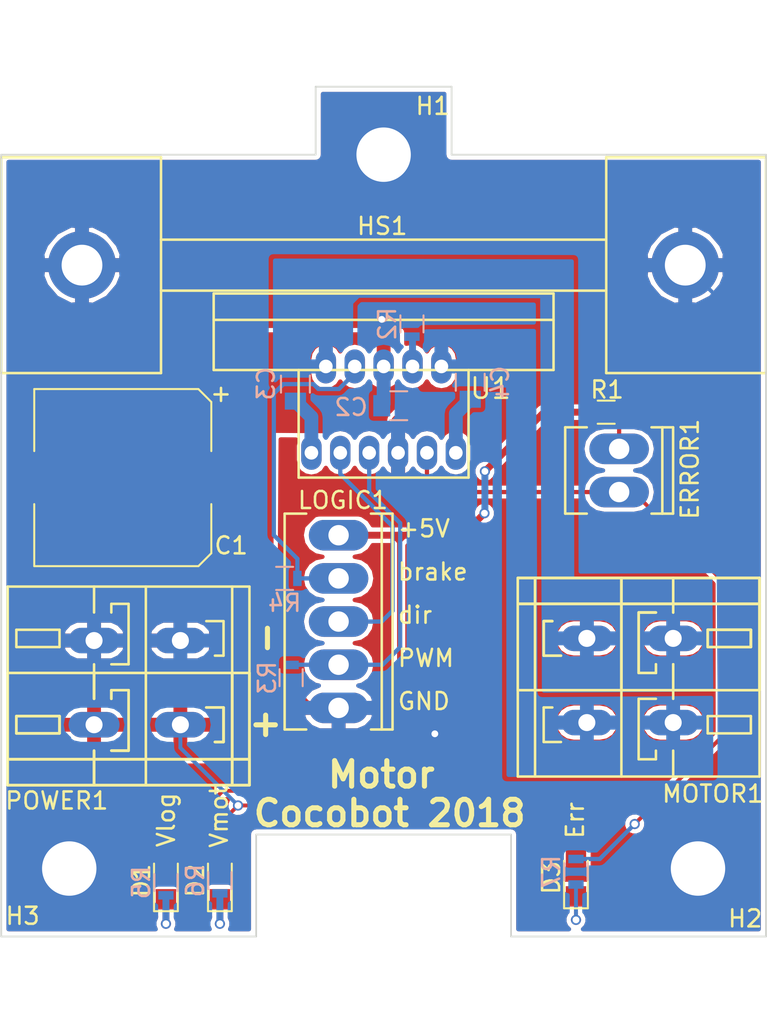
<source format=kicad_pcb>
(kicad_pcb (version 4) (host pcbnew 4.0.6+dfsg1-1)

  (general
    (links 43)
    (no_connects 0)
    (area 49.949999 45.949999 95.050001 96.050001)
    (thickness 1.6)
    (drawings 26)
    (tracks 171)
    (zones 0)
    (modules 23)
    (nets 17)
  )

  (page A4)
  (layers
    (0 F.Cu signal)
    (31 B.Cu signal)
    (32 B.Adhes user)
    (33 F.Adhes user)
    (34 B.Paste user)
    (35 F.Paste user)
    (36 B.SilkS user)
    (37 F.SilkS user)
    (38 B.Mask user)
    (39 F.Mask user)
    (40 Dwgs.User user)
    (41 Cmts.User user)
    (42 Eco1.User user)
    (43 Eco2.User user)
    (44 Edge.Cuts user)
    (45 Margin user)
    (46 B.CrtYd user)
    (47 F.CrtYd user)
    (48 B.Fab user hide)
    (49 F.Fab user hide)
  )

  (setup
    (last_trace_width 0.8128)
    (user_trace_width 0.2286)
    (user_trace_width 0.4064)
    (user_trace_width 0.8128)
    (trace_clearance 0.2)
    (zone_clearance 0.254)
    (zone_45_only no)
    (trace_min 0.2)
    (segment_width 0.2)
    (edge_width 0.1)
    (via_size 0.6)
    (via_drill 0.4)
    (via_min_size 0.4)
    (via_min_drill 0.3)
    (uvia_size 0.3)
    (uvia_drill 0.1)
    (uvias_allowed no)
    (uvia_min_size 0.2)
    (uvia_min_drill 0.1)
    (pcb_text_width 0.3)
    (pcb_text_size 1.5 1.5)
    (mod_edge_width 0.15)
    (mod_text_size 1 1)
    (mod_text_width 0.15)
    (pad_size 1.5 1.5)
    (pad_drill 0.6)
    (pad_to_mask_clearance 0)
    (aux_axis_origin 0 0)
    (visible_elements FFFFFF7F)
    (pcbplotparams
      (layerselection 0x00030_80000001)
      (usegerberextensions false)
      (excludeedgelayer true)
      (linewidth 0.100000)
      (plotframeref false)
      (viasonmask false)
      (mode 1)
      (useauxorigin false)
      (hpglpennumber 1)
      (hpglpenspeed 20)
      (hpglpendiameter 15)
      (hpglpenoverlay 2)
      (psnegative false)
      (psa4output false)
      (plotreference true)
      (plotvalue true)
      (plotinvisibletext false)
      (padsonsilk false)
      (subtractmaskfromsilk false)
      (outputformat 1)
      (mirror false)
      (drillshape 1)
      (scaleselection 1)
      (outputdirectory ""))
  )

  (net 0 "")
  (net 1 +BATT)
  (net 2 GND)
  (net 3 "Net-(C3-Pad1)")
  (net 4 "Net-(C3-Pad2)")
  (net 5 "Net-(C4-Pad1)")
  (net 6 "Net-(C4-Pad2)")
  (net 7 "Net-(ERROR1-Pad1)")
  (net 8 +5V)
  (net 9 "Net-(R2-Pad2)")
  (net 10 /err)
  (net 11 /brake)
  (net 12 /dir)
  (net 13 /PWM)
  (net 14 "Net-(D1-Pad1)")
  (net 15 "Net-(D2-Pad1)")
  (net 16 "Net-(D3-Pad1)")

  (net_class Default "Ceci est la Netclass par défaut"
    (clearance 0.2)
    (trace_width 0.25)
    (via_dia 0.6)
    (via_drill 0.4)
    (uvia_dia 0.3)
    (uvia_drill 0.1)
    (add_net +5V)
    (add_net +BATT)
    (add_net /PWM)
    (add_net /brake)
    (add_net /dir)
    (add_net /err)
    (add_net GND)
    (add_net "Net-(C3-Pad1)")
    (add_net "Net-(C3-Pad2)")
    (add_net "Net-(C4-Pad1)")
    (add_net "Net-(C4-Pad2)")
    (add_net "Net-(D1-Pad1)")
    (add_net "Net-(D2-Pad1)")
    (add_net "Net-(D3-Pad1)")
    (add_net "Net-(ERROR1-Pad1)")
    (add_net "Net-(R2-Pad2)")
  )

  (module Capacitors_SMD:C_0805 (layer B.Cu) (tedit 58AA8463) (tstamp 5A313907)
    (at 73.39 64.77)
    (descr "Capacitor SMD 0805, reflow soldering, AVX (see smccp.pdf)")
    (tags "capacitor 0805")
    (path /5575CF9B)
    (attr smd)
    (fp_text reference C2 (at -2.8034 0.0889) (layer B.SilkS)
      (effects (font (size 1 1) (thickness 0.15)) (justify mirror))
    )
    (fp_text value 470n (at 0 -1.75) (layer B.Fab)
      (effects (font (size 1 1) (thickness 0.15)) (justify mirror))
    )
    (fp_text user %R (at 0 1.5) (layer B.Fab)
      (effects (font (size 1 1) (thickness 0.15)) (justify mirror))
    )
    (fp_line (start -1 -0.62) (end -1 0.62) (layer B.Fab) (width 0.1))
    (fp_line (start 1 -0.62) (end -1 -0.62) (layer B.Fab) (width 0.1))
    (fp_line (start 1 0.62) (end 1 -0.62) (layer B.Fab) (width 0.1))
    (fp_line (start -1 0.62) (end 1 0.62) (layer B.Fab) (width 0.1))
    (fp_line (start 0.5 0.85) (end -0.5 0.85) (layer B.SilkS) (width 0.12))
    (fp_line (start -0.5 -0.85) (end 0.5 -0.85) (layer B.SilkS) (width 0.12))
    (fp_line (start -1.75 0.88) (end 1.75 0.88) (layer B.CrtYd) (width 0.05))
    (fp_line (start -1.75 0.88) (end -1.75 -0.87) (layer B.CrtYd) (width 0.05))
    (fp_line (start 1.75 -0.87) (end 1.75 0.88) (layer B.CrtYd) (width 0.05))
    (fp_line (start 1.75 -0.87) (end -1.75 -0.87) (layer B.CrtYd) (width 0.05))
    (pad 1 smd rect (at -1 0) (size 1 1.25) (layers B.Cu B.Paste B.Mask)
      (net 1 +BATT))
    (pad 2 smd rect (at 1 0) (size 1 1.25) (layers B.Cu B.Paste B.Mask)
      (net 2 GND))
    (model Capacitors_SMD.3dshapes/C_0805.wrl
      (at (xyz 0 0 0))
      (scale (xyz 1 1 1))
      (rotate (xyz 0 0 0))
    )
  )

  (module Capacitors_SMD:C_0805 (layer B.Cu) (tedit 58AA8463) (tstamp 5A313918)
    (at 67.31 63.5 270)
    (descr "Capacitor SMD 0805, reflow soldering, AVX (see smccp.pdf)")
    (tags "capacitor 0805")
    (path /5575D80E)
    (attr smd)
    (fp_text reference C3 (at -0.0254 1.7272 270) (layer B.SilkS)
      (effects (font (size 1 1) (thickness 0.15)) (justify mirror))
    )
    (fp_text value 10n (at 0 -1.75 270) (layer B.Fab)
      (effects (font (size 1 1) (thickness 0.15)) (justify mirror))
    )
    (fp_text user %R (at 0 1.5 270) (layer B.Fab)
      (effects (font (size 1 1) (thickness 0.15)) (justify mirror))
    )
    (fp_line (start -1 -0.62) (end -1 0.62) (layer B.Fab) (width 0.1))
    (fp_line (start 1 -0.62) (end -1 -0.62) (layer B.Fab) (width 0.1))
    (fp_line (start 1 0.62) (end 1 -0.62) (layer B.Fab) (width 0.1))
    (fp_line (start -1 0.62) (end 1 0.62) (layer B.Fab) (width 0.1))
    (fp_line (start 0.5 0.85) (end -0.5 0.85) (layer B.SilkS) (width 0.12))
    (fp_line (start -0.5 -0.85) (end 0.5 -0.85) (layer B.SilkS) (width 0.12))
    (fp_line (start -1.75 0.88) (end 1.75 0.88) (layer B.CrtYd) (width 0.05))
    (fp_line (start -1.75 0.88) (end -1.75 -0.87) (layer B.CrtYd) (width 0.05))
    (fp_line (start 1.75 -0.87) (end 1.75 0.88) (layer B.CrtYd) (width 0.05))
    (fp_line (start 1.75 -0.87) (end -1.75 -0.87) (layer B.CrtYd) (width 0.05))
    (pad 1 smd rect (at -1 0 270) (size 1 1.25) (layers B.Cu B.Paste B.Mask)
      (net 3 "Net-(C3-Pad1)"))
    (pad 2 smd rect (at 1 0 270) (size 1 1.25) (layers B.Cu B.Paste B.Mask)
      (net 4 "Net-(C3-Pad2)"))
    (model Capacitors_SMD.3dshapes/C_0805.wrl
      (at (xyz 0 0 0))
      (scale (xyz 1 1 1))
      (rotate (xyz 0 0 0))
    )
  )

  (module Capacitors_SMD:C_0805 (layer B.Cu) (tedit 58AA8463) (tstamp 5A313929)
    (at 77.597 63.389 270)
    (descr "Capacitor SMD 0805, reflow soldering, AVX (see smccp.pdf)")
    (tags "capacitor 0805")
    (path /5575D862)
    (attr smd)
    (fp_text reference C4 (at 0.0094 -1.7653 270) (layer B.SilkS)
      (effects (font (size 1 1) (thickness 0.15)) (justify mirror))
    )
    (fp_text value 10n (at 0 -1.75 270) (layer B.Fab)
      (effects (font (size 1 1) (thickness 0.15)) (justify mirror))
    )
    (fp_text user %R (at 0 1.5 270) (layer B.Fab)
      (effects (font (size 1 1) (thickness 0.15)) (justify mirror))
    )
    (fp_line (start -1 -0.62) (end -1 0.62) (layer B.Fab) (width 0.1))
    (fp_line (start 1 -0.62) (end -1 -0.62) (layer B.Fab) (width 0.1))
    (fp_line (start 1 0.62) (end 1 -0.62) (layer B.Fab) (width 0.1))
    (fp_line (start -1 0.62) (end 1 0.62) (layer B.Fab) (width 0.1))
    (fp_line (start 0.5 0.85) (end -0.5 0.85) (layer B.SilkS) (width 0.12))
    (fp_line (start -0.5 -0.85) (end 0.5 -0.85) (layer B.SilkS) (width 0.12))
    (fp_line (start -1.75 0.88) (end 1.75 0.88) (layer B.CrtYd) (width 0.05))
    (fp_line (start -1.75 0.88) (end -1.75 -0.87) (layer B.CrtYd) (width 0.05))
    (fp_line (start 1.75 -0.87) (end 1.75 0.88) (layer B.CrtYd) (width 0.05))
    (fp_line (start 1.75 -0.87) (end -1.75 -0.87) (layer B.CrtYd) (width 0.05))
    (pad 1 smd rect (at -1 0 270) (size 1 1.25) (layers B.Cu B.Paste B.Mask)
      (net 5 "Net-(C4-Pad1)"))
    (pad 2 smd rect (at 1 0 270) (size 1 1.25) (layers B.Cu B.Paste B.Mask)
      (net 6 "Net-(C4-Pad2)"))
    (model Capacitors_SMD.3dshapes/C_0805.wrl
      (at (xyz 0 0 0))
      (scale (xyz 1 1 1))
      (rotate (xyz 0 0 0))
    )
  )

  (module Sockets_MOLEX_KK-System:Socket_MOLEX-KK-RM2-54mm_Lock_2pin_straight (layer F.Cu) (tedit 0) (tstamp 5A313939)
    (at 86.36 68.58 270)
    (descr "Socket, MOLEX, KK, RM 2.54mm, Lock, 2pin, straight,")
    (tags "Socket, MOLEX, KK, RM 2.54mm, Lock, 2pin, straight,")
    (path /5575D34E)
    (fp_text reference ERROR1 (at -0.0762 -4.1656 270) (layer F.SilkS)
      (effects (font (size 1 1) (thickness 0.15)))
    )
    (fp_text value CONN_2 (at -0.635 5.08 270) (layer F.Fab)
      (effects (font (size 1 1) (thickness 0.15)))
    )
    (fp_line (start -2.54 -2.54) (end 2.54 -2.54) (layer F.SilkS) (width 0.15))
    (fp_line (start 2.54 3.175) (end 2.54 1.905) (layer F.SilkS) (width 0.15))
    (fp_line (start 2.54 -2.54) (end 2.54 -1.905) (layer F.SilkS) (width 0.15))
    (fp_line (start -2.54 2.54) (end -2.54 1.905) (layer F.SilkS) (width 0.15))
    (fp_line (start -2.54 -2.54) (end -2.54 -1.905) (layer F.SilkS) (width 0.15))
    (fp_line (start -2.54 -2.54) (end -2.54 -3.175) (layer F.SilkS) (width 0.15))
    (fp_line (start -2.54 -3.175) (end 2.54 -3.175) (layer F.SilkS) (width 0.15))
    (fp_line (start 2.54 -3.175) (end 2.54 -2.54) (layer F.SilkS) (width 0.15))
    (fp_line (start 2.54 3.175) (end -2.54 3.175) (layer F.SilkS) (width 0.15))
    (fp_line (start -2.54 3.175) (end -2.54 2.54) (layer F.SilkS) (width 0.15))
    (pad 1 thru_hole oval (at -1.27 0 270) (size 1.80086 3.50012) (drill 1.19888) (layers *.Cu *.Mask)
      (net 7 "Net-(ERROR1-Pad1)"))
    (pad 2 thru_hole oval (at 1.27 0 270) (size 1.80086 3.50012) (drill 1.19888) (layers *.Cu *.Mask)
      (net 10 /err))
  )

  (module Mounting_Holes:MountingHole_3.2mm_M3 (layer F.Cu) (tedit 56D1B4CB) (tstamp 5A313940)
    (at 72.5 50)
    (descr "Mounting Hole 3.2mm, no annular, M3")
    (tags "mounting hole 3.2mm no annular m3")
    (path /5A211DFF)
    (fp_text reference H1 (at 2.8872 -2.8576) (layer F.SilkS)
      (effects (font (size 1 1) (thickness 0.15)))
    )
    (fp_text value CONN_01X01 (at 0 4.2) (layer F.Fab)
      (effects (font (size 1 1) (thickness 0.15)))
    )
    (fp_circle (center 0 0) (end 3.2 0) (layer Cmts.User) (width 0.15))
    (fp_circle (center 0 0) (end 3.45 0) (layer F.CrtYd) (width 0.05))
    (pad 1 np_thru_hole circle (at 0 0) (size 3.2 3.2) (drill 3.2) (layers *.Cu *.Mask)
      (net 2 GND))
  )

  (module Mounting_Holes:MountingHole_3.2mm_M3 (layer F.Cu) (tedit 56D1B4CB) (tstamp 5A313947)
    (at 91 92)
    (descr "Mounting Hole 3.2mm, no annular, M3")
    (tags "mounting hole 3.2mm no annular m3")
    (path /5A211FBA)
    (fp_text reference H2 (at 2.7768 2.9452) (layer F.SilkS)
      (effects (font (size 1 1) (thickness 0.15)))
    )
    (fp_text value CONN_01X01 (at 0 4.2) (layer F.Fab)
      (effects (font (size 1 1) (thickness 0.15)))
    )
    (fp_circle (center 0 0) (end 3.2 0) (layer Cmts.User) (width 0.15))
    (fp_circle (center 0 0) (end 3.45 0) (layer F.CrtYd) (width 0.05))
    (pad 1 np_thru_hole circle (at 0 0) (size 3.2 3.2) (drill 3.2) (layers *.Cu *.Mask)
      (net 2 GND))
  )

  (module Mounting_Holes:MountingHole_3.2mm_M3 (layer F.Cu) (tedit 56D1B4CB) (tstamp 5A31394E)
    (at 54 92)
    (descr "Mounting Hole 3.2mm, no annular, M3")
    (tags "mounting hole 3.2mm no annular m3")
    (path /5A212179)
    (fp_text reference H3 (at -2.7428 2.7928) (layer F.SilkS)
      (effects (font (size 1 1) (thickness 0.15)))
    )
    (fp_text value CONN_01X01 (at 0 4.2) (layer F.Fab)
      (effects (font (size 1 1) (thickness 0.15)))
    )
    (fp_circle (center 0 0) (end 3.2 0) (layer Cmts.User) (width 0.15))
    (fp_circle (center 0 0) (end 3.45 0) (layer F.CrtYd) (width 0.05))
    (pad 1 np_thru_hole circle (at 0 0) (size 3.2 3.2) (drill 3.2) (layers *.Cu *.Mask)
      (net 2 GND))
  )

  (module Sockets_MOLEX_KK-System:Socket_MOLEX-KK-RM2-54mm_Lock_5pin_straight (layer F.Cu) (tedit 0) (tstamp 5A313975)
    (at 69.85 77.47 270)
    (descr "Socket, MOLEX, KK, RM 2.54mm, Lock, 5pin, straight,")
    (tags "Socket, MOLEX, KK, RM 2.54mm, Lock, 5pin, straight,")
    (path /5575D161)
    (fp_text reference LOGIC1 (at -7.1374 -0.254 360) (layer F.SilkS)
      (effects (font (size 1 1) (thickness 0.15)))
    )
    (fp_text value CONN_5 (at 0 5.08 270) (layer F.Fab)
      (effects (font (size 1 1) (thickness 0.15)))
    )
    (fp_line (start 6.35 3.175) (end 6.35 1.905) (layer F.SilkS) (width 0.15))
    (fp_line (start 6.35 -2.54) (end -6.35 -2.54) (layer F.SilkS) (width 0.15))
    (fp_line (start -6.35 -3.175) (end 6.35 -3.175) (layer F.SilkS) (width 0.15))
    (fp_line (start 6.35 -1.905) (end 6.35 -3.175) (layer F.SilkS) (width 0.15))
    (fp_line (start -6.35 -1.905) (end -6.35 -3.175) (layer F.SilkS) (width 0.15))
    (fp_line (start 6.35 3.175) (end -6.35 3.175) (layer F.SilkS) (width 0.15))
    (fp_line (start -6.35 3.175) (end -6.35 1.905) (layer F.SilkS) (width 0.15))
    (pad 1 thru_hole oval (at -5.08 0 270) (size 1.80086 3.50012) (drill 1.19888) (layers *.Cu *.Mask)
      (net 8 +5V))
    (pad 2 thru_hole oval (at -2.54 0 270) (size 1.80086 3.50012) (drill 1.19888) (layers *.Cu *.Mask)
      (net 11 /brake))
    (pad 3 thru_hole oval (at 0 0 270) (size 1.80086 3.50012) (drill 1.19888) (layers *.Cu *.Mask)
      (net 12 /dir))
    (pad 4 thru_hole oval (at 2.54 0 270) (size 1.80086 3.50012) (drill 1.19888) (layers *.Cu *.Mask)
      (net 13 /PWM))
    (pad 5 thru_hole oval (at 5.08 0 270) (size 1.80086 3.50012) (drill 1.19888) (layers *.Cu *.Mask)
      (net 2 GND))
  )

  (module Connectors_Terminal_Blocks:TerminalBlock_WAGO-236_2Stift_RM5mm_2pol (layer F.Cu) (tedit 0) (tstamp 5A3139EB)
    (at 87 81 270)
    (descr "WAGO-Series 236, 2Stift, 2pol, RM 5mm,")
    (tags "WAGO-Series 236, 2Stift, 2pol, RM 5mm, Anreibare Leiterplattenklemme")
    (path /5575DDF6)
    (fp_text reference MOTOR1 (at 6.6046 -4.8718 360) (layer F.SilkS)
      (effects (font (size 1 1) (thickness 0.15)))
    )
    (fp_text value CONN_2 (at 0 8.89 270) (layer F.Fab)
      (effects (font (size 1 1) (thickness 0.15)))
    )
    (fp_line (start 2.032 -4.572) (end 3.048 -4.572) (layer F.SilkS) (width 0.15))
    (fp_line (start 3.048 -4.572) (end 3.048 -7.112) (layer F.SilkS) (width 0.15))
    (fp_line (start 3.048 -7.112) (end 2.032 -7.112) (layer F.SilkS) (width 0.15))
    (fp_line (start 2.032 -7.112) (end 2.032 -4.572) (layer F.SilkS) (width 0.15))
    (fp_line (start 4.064 -2.54) (end 5.588 -2.54) (layer F.SilkS) (width 0.15))
    (fp_line (start 0.508 -2.54) (end 1.016 -2.54) (layer F.SilkS) (width 0.15))
    (fp_line (start 1.016 -1.524) (end 1.016 -0.508) (layer F.SilkS) (width 0.15))
    (fp_line (start 1.016 -0.508) (end 4.572 -0.508) (layer F.SilkS) (width 0.15))
    (fp_line (start 4.572 -0.508) (end 4.572 -1.524) (layer F.SilkS) (width 0.15))
    (fp_line (start 4.572 -1.524) (end 4.064 -1.524) (layer F.SilkS) (width 0.15))
    (fp_line (start 1.524 4.572) (end 1.524 5.08) (layer F.SilkS) (width 0.15))
    (fp_line (start 1.524 5.08) (end 3.556 5.08) (layer F.SilkS) (width 0.15))
    (fp_line (start 3.556 5.08) (end 3.556 4.064) (layer F.SilkS) (width 0.15))
    (fp_line (start 0.508 5.588) (end 5.588 5.588) (layer F.SilkS) (width 0.15))
    (fp_line (start 0.508 0.508) (end 5.588 0.508) (layer F.SilkS) (width 0.15))
    (fp_line (start 0.508 6.604) (end 5.588 6.604) (layer F.SilkS) (width 0.15))
    (fp_line (start 5.588 6.604) (end 5.588 -7.62) (layer F.SilkS) (width 0.15))
    (fp_line (start 5.588 -7.62) (end 0.508 -7.62) (layer F.SilkS) (width 0.15))
    (fp_line (start -4.572 -7.62) (end -2.54 -7.62) (layer F.SilkS) (width 0.15))
    (fp_line (start -4.572 6.604) (end -4.572 -7.62) (layer F.SilkS) (width 0.15))
    (fp_line (start 0.508 6.604) (end -4.572 6.604) (layer F.SilkS) (width 0.15))
    (fp_line (start 0.508 -7.62) (end 0.508 6.604) (layer F.SilkS) (width 0.15))
    (fp_line (start -2.54 -7.62) (end 0.508 -7.62) (layer F.SilkS) (width 0.15))
    (fp_line (start -6.096 -7.62) (end -4.572 -7.62) (layer F.SilkS) (width 0.15))
    (fp_line (start -6.096 6.604) (end -6.096 -7.62) (layer F.SilkS) (width 0.15))
    (fp_line (start -4.572 6.604) (end -6.096 6.604) (layer F.SilkS) (width 0.15))
    (fp_line (start -6.096 -2.54) (end -4.064 -2.54) (layer F.SilkS) (width 0.15))
    (fp_line (start -1.016 -2.54) (end 0.508 -2.54) (layer F.SilkS) (width 0.15))
    (fp_line (start -3.048 -4.572) (end -3.048 -7.112) (layer F.SilkS) (width 0.15))
    (fp_line (start -2.032 -4.572) (end -3.048 -4.572) (layer F.SilkS) (width 0.15))
    (fp_line (start -2.032 -7.112) (end -2.032 -4.572) (layer F.SilkS) (width 0.15))
    (fp_line (start -3.048 -7.112) (end -2.032 -7.112) (layer F.SilkS) (width 0.15))
    (fp_line (start -6.096 0.508) (end 0.508 0.508) (layer F.SilkS) (width 0.15))
    (fp_line (start -6.096 5.588) (end 0.508 5.588) (layer F.SilkS) (width 0.15))
    (fp_line (start -0.508 -1.524) (end -1.016 -1.524) (layer F.SilkS) (width 0.15))
    (fp_line (start -0.508 -0.508) (end -0.508 -1.524) (layer F.SilkS) (width 0.15))
    (fp_line (start -4.064 -0.508) (end -0.508 -0.508) (layer F.SilkS) (width 0.15))
    (fp_line (start -4.064 -1.524) (end -4.064 -0.508) (layer F.SilkS) (width 0.15))
    (fp_line (start -1.524 5.08) (end -1.524 4.064) (layer F.SilkS) (width 0.15))
    (fp_line (start -3.556 5.08) (end -1.524 5.08) (layer F.SilkS) (width 0.15))
    (fp_line (start -3.556 4.572) (end -3.556 5.08) (layer F.SilkS) (width 0.15))
    (fp_line (start -3.556 4.572) (end -3.556 5.08) (layer F.SilkS) (width 0.15))
    (fp_line (start -3.556 5.08) (end -1.524 5.08) (layer F.SilkS) (width 0.15))
    (fp_line (start -1.524 5.08) (end -1.524 4.064) (layer F.SilkS) (width 0.15))
    (fp_line (start -4.064 -1.524) (end -4.064 -0.508) (layer F.SilkS) (width 0.15))
    (fp_line (start -4.064 -0.508) (end -0.508 -0.508) (layer F.SilkS) (width 0.15))
    (fp_line (start -0.508 -0.508) (end -0.508 -1.524) (layer F.SilkS) (width 0.15))
    (fp_line (start -0.508 -1.524) (end -1.016 -1.524) (layer F.SilkS) (width 0.15))
    (fp_line (start -6.096 5.588) (end 0.508 5.588) (layer F.SilkS) (width 0.15))
    (fp_line (start -6.096 0.508) (end 0.508 0.508) (layer F.SilkS) (width 0.15))
    (fp_line (start -3.048 -7.112) (end -2.032 -7.112) (layer F.SilkS) (width 0.15))
    (fp_line (start -2.032 -7.112) (end -2.032 -4.572) (layer F.SilkS) (width 0.15))
    (fp_line (start -2.032 -4.572) (end -3.048 -4.572) (layer F.SilkS) (width 0.15))
    (fp_line (start -3.048 -4.572) (end -3.048 -7.112) (layer F.SilkS) (width 0.15))
    (fp_line (start -1.016 -2.54) (end 0.508 -2.54) (layer F.SilkS) (width 0.15))
    (fp_line (start -6.096 -2.54) (end -4.064 -2.54) (layer F.SilkS) (width 0.15))
    (fp_line (start -4.572 6.604) (end -6.096 6.604) (layer F.SilkS) (width 0.15))
    (fp_line (start -6.096 6.604) (end -6.096 -7.62) (layer F.SilkS) (width 0.15))
    (fp_line (start -6.096 -7.62) (end -4.572 -7.62) (layer F.SilkS) (width 0.15))
    (fp_line (start -2.54 -7.62) (end 0.508 -7.62) (layer F.SilkS) (width 0.15))
    (fp_line (start 0.508 -7.62) (end 0.508 6.604) (layer F.SilkS) (width 0.15))
    (fp_line (start 0.508 6.604) (end -4.572 6.604) (layer F.SilkS) (width 0.15))
    (fp_line (start -4.572 6.604) (end -4.572 -7.62) (layer F.SilkS) (width 0.15))
    (fp_line (start -4.572 -7.62) (end -2.54 -7.62) (layer F.SilkS) (width 0.15))
    (fp_line (start -4.572 -7.62) (end -2.54 -7.62) (layer F.SilkS) (width 0.15))
    (fp_line (start -4.572 6.604) (end -4.572 -7.62) (layer F.SilkS) (width 0.15))
    (fp_line (start 0.508 6.604) (end -4.572 6.604) (layer F.SilkS) (width 0.15))
    (fp_line (start 0.508 -7.62) (end 0.508 6.604) (layer F.SilkS) (width 0.15))
    (fp_line (start -2.54 -7.62) (end 0.508 -7.62) (layer F.SilkS) (width 0.15))
    (fp_line (start -6.096 -7.62) (end -4.572 -7.62) (layer F.SilkS) (width 0.15))
    (fp_line (start -6.096 6.604) (end -6.096 -7.62) (layer F.SilkS) (width 0.15))
    (fp_line (start -4.572 6.604) (end -6.096 6.604) (layer F.SilkS) (width 0.15))
    (fp_line (start -6.096 -2.54) (end -4.064 -2.54) (layer F.SilkS) (width 0.15))
    (fp_line (start -1.016 -2.54) (end 0.508 -2.54) (layer F.SilkS) (width 0.15))
    (fp_line (start -3.048 -4.572) (end -3.048 -7.112) (layer F.SilkS) (width 0.15))
    (fp_line (start -2.032 -4.572) (end -3.048 -4.572) (layer F.SilkS) (width 0.15))
    (fp_line (start -2.032 -7.112) (end -2.032 -4.572) (layer F.SilkS) (width 0.15))
    (fp_line (start -3.048 -7.112) (end -2.032 -7.112) (layer F.SilkS) (width 0.15))
    (fp_line (start -6.096 0.508) (end 0.508 0.508) (layer F.SilkS) (width 0.15))
    (fp_line (start -6.096 5.588) (end 0.508 5.588) (layer F.SilkS) (width 0.15))
    (fp_line (start -0.508 -1.524) (end -1.016 -1.524) (layer F.SilkS) (width 0.15))
    (fp_line (start -0.508 -0.508) (end -0.508 -1.524) (layer F.SilkS) (width 0.15))
    (fp_line (start -4.064 -0.508) (end -0.508 -0.508) (layer F.SilkS) (width 0.15))
    (fp_line (start -4.064 -1.524) (end -4.064 -0.508) (layer F.SilkS) (width 0.15))
    (fp_line (start -1.524 5.08) (end -1.524 4.064) (layer F.SilkS) (width 0.15))
    (fp_line (start -3.556 5.08) (end -1.524 5.08) (layer F.SilkS) (width 0.15))
    (fp_line (start -3.556 4.572) (end -3.556 5.08) (layer F.SilkS) (width 0.15))
    (fp_line (start -3.556 4.572) (end -3.556 5.08) (layer F.SilkS) (width 0.15))
    (fp_line (start -3.556 5.08) (end -1.524 5.08) (layer F.SilkS) (width 0.15))
    (fp_line (start -1.524 5.08) (end -1.524 4.064) (layer F.SilkS) (width 0.15))
    (fp_line (start -4.064 -1.524) (end -4.064 -0.508) (layer F.SilkS) (width 0.15))
    (fp_line (start -4.064 -0.508) (end -0.508 -0.508) (layer F.SilkS) (width 0.15))
    (fp_line (start -0.508 -0.508) (end -0.508 -1.524) (layer F.SilkS) (width 0.15))
    (fp_line (start -0.508 -1.524) (end -1.016 -1.524) (layer F.SilkS) (width 0.15))
    (fp_line (start -6.096 5.588) (end 0.508 5.588) (layer F.SilkS) (width 0.15))
    (fp_line (start -6.096 0.508) (end 0.508 0.508) (layer F.SilkS) (width 0.15))
    (fp_line (start -3.048 -7.112) (end -2.032 -7.112) (layer F.SilkS) (width 0.15))
    (fp_line (start -2.032 -7.112) (end -2.032 -4.572) (layer F.SilkS) (width 0.15))
    (fp_line (start -2.032 -4.572) (end -3.048 -4.572) (layer F.SilkS) (width 0.15))
    (fp_line (start -3.048 -4.572) (end -3.048 -7.112) (layer F.SilkS) (width 0.15))
    (fp_line (start -1.016 -2.54) (end 0.508 -2.54) (layer F.SilkS) (width 0.15))
    (fp_line (start -6.096 -2.54) (end -4.064 -2.54) (layer F.SilkS) (width 0.15))
    (fp_line (start -4.572 6.604) (end -6.096 6.604) (layer F.SilkS) (width 0.15))
    (fp_line (start -6.096 6.604) (end -6.096 -7.62) (layer F.SilkS) (width 0.15))
    (fp_line (start -6.096 -7.62) (end -4.572 -7.62) (layer F.SilkS) (width 0.15))
    (fp_line (start -2.54 -7.62) (end 0.508 -7.62) (layer F.SilkS) (width 0.15))
    (fp_line (start 0.508 -7.62) (end 0.508 6.604) (layer F.SilkS) (width 0.15))
    (fp_line (start 0.508 6.604) (end -4.572 6.604) (layer F.SilkS) (width 0.15))
    (fp_line (start -4.572 6.604) (end -4.572 -7.62) (layer F.SilkS) (width 0.15))
    (fp_line (start -4.572 -7.62) (end -2.54 -7.62) (layer F.SilkS) (width 0.15))
    (pad 1 thru_hole oval (at -2.54 2.54) (size 2.99974 1.50114) (drill 1.00076) (layers *.Cu *.Mask)
      (net 3 "Net-(C3-Pad1)"))
    (pad 1 thru_hole oval (at -2.54 -2.54) (size 2.99974 1.50114) (drill 1.00076) (layers *.Cu *.Mask)
      (net 3 "Net-(C3-Pad1)"))
    (pad 2 thru_hole oval (at 2.413 2.54) (size 2.99974 1.50114) (drill 1.00076) (layers *.Cu *.Mask)
      (net 5 "Net-(C4-Pad1)"))
    (pad 2 thru_hole oval (at 2.413 -2.54) (size 2.99974 1.50114) (drill 1.00076) (layers *.Cu *.Mask)
      (net 5 "Net-(C4-Pad1)"))
  )

  (module Connectors_Terminal_Blocks:TerminalBlock_WAGO-236_2Stift_RM5mm_2pol (layer F.Cu) (tedit 0) (tstamp 5A313A61)
    (at 58 81 90)
    (descr "WAGO-Series 236, 2Stift, 2pol, RM 5mm,")
    (tags "WAGO-Series 236, 2Stift, 2pol, RM 5mm, Anreibare Leiterplattenklemme")
    (path /5575DF28)
    (fp_text reference POWER1 (at -7.011 -4.7362 360) (layer F.SilkS)
      (effects (font (size 1 1) (thickness 0.15)))
    )
    (fp_text value CONN_2 (at 0 8.89 90) (layer F.Fab)
      (effects (font (size 1 1) (thickness 0.15)))
    )
    (fp_line (start 2.032 -4.572) (end 3.048 -4.572) (layer F.SilkS) (width 0.15))
    (fp_line (start 3.048 -4.572) (end 3.048 -7.112) (layer F.SilkS) (width 0.15))
    (fp_line (start 3.048 -7.112) (end 2.032 -7.112) (layer F.SilkS) (width 0.15))
    (fp_line (start 2.032 -7.112) (end 2.032 -4.572) (layer F.SilkS) (width 0.15))
    (fp_line (start 4.064 -2.54) (end 5.588 -2.54) (layer F.SilkS) (width 0.15))
    (fp_line (start 0.508 -2.54) (end 1.016 -2.54) (layer F.SilkS) (width 0.15))
    (fp_line (start 1.016 -1.524) (end 1.016 -0.508) (layer F.SilkS) (width 0.15))
    (fp_line (start 1.016 -0.508) (end 4.572 -0.508) (layer F.SilkS) (width 0.15))
    (fp_line (start 4.572 -0.508) (end 4.572 -1.524) (layer F.SilkS) (width 0.15))
    (fp_line (start 4.572 -1.524) (end 4.064 -1.524) (layer F.SilkS) (width 0.15))
    (fp_line (start 1.524 4.572) (end 1.524 5.08) (layer F.SilkS) (width 0.15))
    (fp_line (start 1.524 5.08) (end 3.556 5.08) (layer F.SilkS) (width 0.15))
    (fp_line (start 3.556 5.08) (end 3.556 4.064) (layer F.SilkS) (width 0.15))
    (fp_line (start 0.508 5.588) (end 5.588 5.588) (layer F.SilkS) (width 0.15))
    (fp_line (start 0.508 0.508) (end 5.588 0.508) (layer F.SilkS) (width 0.15))
    (fp_line (start 0.508 6.604) (end 5.588 6.604) (layer F.SilkS) (width 0.15))
    (fp_line (start 5.588 6.604) (end 5.588 -7.62) (layer F.SilkS) (width 0.15))
    (fp_line (start 5.588 -7.62) (end 0.508 -7.62) (layer F.SilkS) (width 0.15))
    (fp_line (start -4.572 -7.62) (end -2.54 -7.62) (layer F.SilkS) (width 0.15))
    (fp_line (start -4.572 6.604) (end -4.572 -7.62) (layer F.SilkS) (width 0.15))
    (fp_line (start 0.508 6.604) (end -4.572 6.604) (layer F.SilkS) (width 0.15))
    (fp_line (start 0.508 -7.62) (end 0.508 6.604) (layer F.SilkS) (width 0.15))
    (fp_line (start -2.54 -7.62) (end 0.508 -7.62) (layer F.SilkS) (width 0.15))
    (fp_line (start -6.096 -7.62) (end -4.572 -7.62) (layer F.SilkS) (width 0.15))
    (fp_line (start -6.096 6.604) (end -6.096 -7.62) (layer F.SilkS) (width 0.15))
    (fp_line (start -4.572 6.604) (end -6.096 6.604) (layer F.SilkS) (width 0.15))
    (fp_line (start -6.096 -2.54) (end -4.064 -2.54) (layer F.SilkS) (width 0.15))
    (fp_line (start -1.016 -2.54) (end 0.508 -2.54) (layer F.SilkS) (width 0.15))
    (fp_line (start -3.048 -4.572) (end -3.048 -7.112) (layer F.SilkS) (width 0.15))
    (fp_line (start -2.032 -4.572) (end -3.048 -4.572) (layer F.SilkS) (width 0.15))
    (fp_line (start -2.032 -7.112) (end -2.032 -4.572) (layer F.SilkS) (width 0.15))
    (fp_line (start -3.048 -7.112) (end -2.032 -7.112) (layer F.SilkS) (width 0.15))
    (fp_line (start -6.096 0.508) (end 0.508 0.508) (layer F.SilkS) (width 0.15))
    (fp_line (start -6.096 5.588) (end 0.508 5.588) (layer F.SilkS) (width 0.15))
    (fp_line (start -0.508 -1.524) (end -1.016 -1.524) (layer F.SilkS) (width 0.15))
    (fp_line (start -0.508 -0.508) (end -0.508 -1.524) (layer F.SilkS) (width 0.15))
    (fp_line (start -4.064 -0.508) (end -0.508 -0.508) (layer F.SilkS) (width 0.15))
    (fp_line (start -4.064 -1.524) (end -4.064 -0.508) (layer F.SilkS) (width 0.15))
    (fp_line (start -1.524 5.08) (end -1.524 4.064) (layer F.SilkS) (width 0.15))
    (fp_line (start -3.556 5.08) (end -1.524 5.08) (layer F.SilkS) (width 0.15))
    (fp_line (start -3.556 4.572) (end -3.556 5.08) (layer F.SilkS) (width 0.15))
    (fp_line (start -3.556 4.572) (end -3.556 5.08) (layer F.SilkS) (width 0.15))
    (fp_line (start -3.556 5.08) (end -1.524 5.08) (layer F.SilkS) (width 0.15))
    (fp_line (start -1.524 5.08) (end -1.524 4.064) (layer F.SilkS) (width 0.15))
    (fp_line (start -4.064 -1.524) (end -4.064 -0.508) (layer F.SilkS) (width 0.15))
    (fp_line (start -4.064 -0.508) (end -0.508 -0.508) (layer F.SilkS) (width 0.15))
    (fp_line (start -0.508 -0.508) (end -0.508 -1.524) (layer F.SilkS) (width 0.15))
    (fp_line (start -0.508 -1.524) (end -1.016 -1.524) (layer F.SilkS) (width 0.15))
    (fp_line (start -6.096 5.588) (end 0.508 5.588) (layer F.SilkS) (width 0.15))
    (fp_line (start -6.096 0.508) (end 0.508 0.508) (layer F.SilkS) (width 0.15))
    (fp_line (start -3.048 -7.112) (end -2.032 -7.112) (layer F.SilkS) (width 0.15))
    (fp_line (start -2.032 -7.112) (end -2.032 -4.572) (layer F.SilkS) (width 0.15))
    (fp_line (start -2.032 -4.572) (end -3.048 -4.572) (layer F.SilkS) (width 0.15))
    (fp_line (start -3.048 -4.572) (end -3.048 -7.112) (layer F.SilkS) (width 0.15))
    (fp_line (start -1.016 -2.54) (end 0.508 -2.54) (layer F.SilkS) (width 0.15))
    (fp_line (start -6.096 -2.54) (end -4.064 -2.54) (layer F.SilkS) (width 0.15))
    (fp_line (start -4.572 6.604) (end -6.096 6.604) (layer F.SilkS) (width 0.15))
    (fp_line (start -6.096 6.604) (end -6.096 -7.62) (layer F.SilkS) (width 0.15))
    (fp_line (start -6.096 -7.62) (end -4.572 -7.62) (layer F.SilkS) (width 0.15))
    (fp_line (start -2.54 -7.62) (end 0.508 -7.62) (layer F.SilkS) (width 0.15))
    (fp_line (start 0.508 -7.62) (end 0.508 6.604) (layer F.SilkS) (width 0.15))
    (fp_line (start 0.508 6.604) (end -4.572 6.604) (layer F.SilkS) (width 0.15))
    (fp_line (start -4.572 6.604) (end -4.572 -7.62) (layer F.SilkS) (width 0.15))
    (fp_line (start -4.572 -7.62) (end -2.54 -7.62) (layer F.SilkS) (width 0.15))
    (fp_line (start -4.572 -7.62) (end -2.54 -7.62) (layer F.SilkS) (width 0.15))
    (fp_line (start -4.572 6.604) (end -4.572 -7.62) (layer F.SilkS) (width 0.15))
    (fp_line (start 0.508 6.604) (end -4.572 6.604) (layer F.SilkS) (width 0.15))
    (fp_line (start 0.508 -7.62) (end 0.508 6.604) (layer F.SilkS) (width 0.15))
    (fp_line (start -2.54 -7.62) (end 0.508 -7.62) (layer F.SilkS) (width 0.15))
    (fp_line (start -6.096 -7.62) (end -4.572 -7.62) (layer F.SilkS) (width 0.15))
    (fp_line (start -6.096 6.604) (end -6.096 -7.62) (layer F.SilkS) (width 0.15))
    (fp_line (start -4.572 6.604) (end -6.096 6.604) (layer F.SilkS) (width 0.15))
    (fp_line (start -6.096 -2.54) (end -4.064 -2.54) (layer F.SilkS) (width 0.15))
    (fp_line (start -1.016 -2.54) (end 0.508 -2.54) (layer F.SilkS) (width 0.15))
    (fp_line (start -3.048 -4.572) (end -3.048 -7.112) (layer F.SilkS) (width 0.15))
    (fp_line (start -2.032 -4.572) (end -3.048 -4.572) (layer F.SilkS) (width 0.15))
    (fp_line (start -2.032 -7.112) (end -2.032 -4.572) (layer F.SilkS) (width 0.15))
    (fp_line (start -3.048 -7.112) (end -2.032 -7.112) (layer F.SilkS) (width 0.15))
    (fp_line (start -6.096 0.508) (end 0.508 0.508) (layer F.SilkS) (width 0.15))
    (fp_line (start -6.096 5.588) (end 0.508 5.588) (layer F.SilkS) (width 0.15))
    (fp_line (start -0.508 -1.524) (end -1.016 -1.524) (layer F.SilkS) (width 0.15))
    (fp_line (start -0.508 -0.508) (end -0.508 -1.524) (layer F.SilkS) (width 0.15))
    (fp_line (start -4.064 -0.508) (end -0.508 -0.508) (layer F.SilkS) (width 0.15))
    (fp_line (start -4.064 -1.524) (end -4.064 -0.508) (layer F.SilkS) (width 0.15))
    (fp_line (start -1.524 5.08) (end -1.524 4.064) (layer F.SilkS) (width 0.15))
    (fp_line (start -3.556 5.08) (end -1.524 5.08) (layer F.SilkS) (width 0.15))
    (fp_line (start -3.556 4.572) (end -3.556 5.08) (layer F.SilkS) (width 0.15))
    (fp_line (start -3.556 4.572) (end -3.556 5.08) (layer F.SilkS) (width 0.15))
    (fp_line (start -3.556 5.08) (end -1.524 5.08) (layer F.SilkS) (width 0.15))
    (fp_line (start -1.524 5.08) (end -1.524 4.064) (layer F.SilkS) (width 0.15))
    (fp_line (start -4.064 -1.524) (end -4.064 -0.508) (layer F.SilkS) (width 0.15))
    (fp_line (start -4.064 -0.508) (end -0.508 -0.508) (layer F.SilkS) (width 0.15))
    (fp_line (start -0.508 -0.508) (end -0.508 -1.524) (layer F.SilkS) (width 0.15))
    (fp_line (start -0.508 -1.524) (end -1.016 -1.524) (layer F.SilkS) (width 0.15))
    (fp_line (start -6.096 5.588) (end 0.508 5.588) (layer F.SilkS) (width 0.15))
    (fp_line (start -6.096 0.508) (end 0.508 0.508) (layer F.SilkS) (width 0.15))
    (fp_line (start -3.048 -7.112) (end -2.032 -7.112) (layer F.SilkS) (width 0.15))
    (fp_line (start -2.032 -7.112) (end -2.032 -4.572) (layer F.SilkS) (width 0.15))
    (fp_line (start -2.032 -4.572) (end -3.048 -4.572) (layer F.SilkS) (width 0.15))
    (fp_line (start -3.048 -4.572) (end -3.048 -7.112) (layer F.SilkS) (width 0.15))
    (fp_line (start -1.016 -2.54) (end 0.508 -2.54) (layer F.SilkS) (width 0.15))
    (fp_line (start -6.096 -2.54) (end -4.064 -2.54) (layer F.SilkS) (width 0.15))
    (fp_line (start -4.572 6.604) (end -6.096 6.604) (layer F.SilkS) (width 0.15))
    (fp_line (start -6.096 6.604) (end -6.096 -7.62) (layer F.SilkS) (width 0.15))
    (fp_line (start -6.096 -7.62) (end -4.572 -7.62) (layer F.SilkS) (width 0.15))
    (fp_line (start -2.54 -7.62) (end 0.508 -7.62) (layer F.SilkS) (width 0.15))
    (fp_line (start 0.508 -7.62) (end 0.508 6.604) (layer F.SilkS) (width 0.15))
    (fp_line (start 0.508 6.604) (end -4.572 6.604) (layer F.SilkS) (width 0.15))
    (fp_line (start -4.572 6.604) (end -4.572 -7.62) (layer F.SilkS) (width 0.15))
    (fp_line (start -4.572 -7.62) (end -2.54 -7.62) (layer F.SilkS) (width 0.15))
    (pad 1 thru_hole oval (at -2.54 2.54 180) (size 2.99974 1.50114) (drill 1.00076) (layers *.Cu *.Mask)
      (net 1 +BATT))
    (pad 1 thru_hole oval (at -2.54 -2.54 180) (size 2.99974 1.50114) (drill 1.00076) (layers *.Cu *.Mask)
      (net 1 +BATT))
    (pad 2 thru_hole oval (at 2.413 2.54 180) (size 2.99974 1.50114) (drill 1.00076) (layers *.Cu *.Mask)
      (net 2 GND))
    (pad 2 thru_hole oval (at 2.413 -2.54 180) (size 2.99974 1.50114) (drill 1.00076) (layers *.Cu *.Mask)
      (net 2 GND))
  )

  (module Resistors_SMD:R_0603 (layer F.Cu) (tedit 58AAD9CA) (tstamp 5A313A72)
    (at 85.598 65.151 180)
    (descr "Resistor SMD 0603, reflow soldering, Vishay (see dcrcw.pdf)")
    (tags "resistor 0603")
    (path /5575D2CA)
    (attr smd)
    (fp_text reference R1 (at -0.0508 1.3208 180) (layer F.SilkS)
      (effects (font (size 1 1) (thickness 0.15)))
    )
    (fp_text value 470 (at 0 1.5 180) (layer F.Fab)
      (effects (font (size 1 1) (thickness 0.15)))
    )
    (fp_text user %R (at 0 -1.45 180) (layer F.Fab)
      (effects (font (size 1 1) (thickness 0.15)))
    )
    (fp_line (start -0.8 0.4) (end -0.8 -0.4) (layer F.Fab) (width 0.1))
    (fp_line (start 0.8 0.4) (end -0.8 0.4) (layer F.Fab) (width 0.1))
    (fp_line (start 0.8 -0.4) (end 0.8 0.4) (layer F.Fab) (width 0.1))
    (fp_line (start -0.8 -0.4) (end 0.8 -0.4) (layer F.Fab) (width 0.1))
    (fp_line (start 0.5 0.68) (end -0.5 0.68) (layer F.SilkS) (width 0.12))
    (fp_line (start -0.5 -0.68) (end 0.5 -0.68) (layer F.SilkS) (width 0.12))
    (fp_line (start -1.25 -0.7) (end 1.25 -0.7) (layer F.CrtYd) (width 0.05))
    (fp_line (start -1.25 -0.7) (end -1.25 0.7) (layer F.CrtYd) (width 0.05))
    (fp_line (start 1.25 0.7) (end 1.25 -0.7) (layer F.CrtYd) (width 0.05))
    (fp_line (start 1.25 0.7) (end -1.25 0.7) (layer F.CrtYd) (width 0.05))
    (pad 1 smd rect (at -0.75 0 180) (size 0.5 0.9) (layers F.Cu F.Paste F.Mask)
      (net 7 "Net-(ERROR1-Pad1)"))
    (pad 2 smd rect (at 0.75 0 180) (size 0.5 0.9) (layers F.Cu F.Paste F.Mask)
      (net 8 +5V))
    (model Resistors_SMD.3dshapes/R_0603.wrl
      (at (xyz 0 0 0))
      (scale (xyz 1 1 1))
      (rotate (xyz 0 0 0))
    )
  )

  (module Resistors_SMD:R_0603 (layer B.Cu) (tedit 58AAD9CA) (tstamp 5A313A83)
    (at 74.168 59.956 270)
    (descr "Resistor SMD 0603, reflow soldering, Vishay (see dcrcw.pdf)")
    (tags "resistor 0603")
    (path /5575D940)
    (attr smd)
    (fp_text reference R2 (at 0 1.45 270) (layer B.SilkS)
      (effects (font (size 1 1) (thickness 0.15)) (justify mirror))
    )
    (fp_text value 2k2 (at 0 -1.5 270) (layer B.Fab)
      (effects (font (size 1 1) (thickness 0.15)) (justify mirror))
    )
    (fp_text user %R (at 0 1.45 270) (layer B.Fab)
      (effects (font (size 1 1) (thickness 0.15)) (justify mirror))
    )
    (fp_line (start -0.8 -0.4) (end -0.8 0.4) (layer B.Fab) (width 0.1))
    (fp_line (start 0.8 -0.4) (end -0.8 -0.4) (layer B.Fab) (width 0.1))
    (fp_line (start 0.8 0.4) (end 0.8 -0.4) (layer B.Fab) (width 0.1))
    (fp_line (start -0.8 0.4) (end 0.8 0.4) (layer B.Fab) (width 0.1))
    (fp_line (start 0.5 -0.68) (end -0.5 -0.68) (layer B.SilkS) (width 0.12))
    (fp_line (start -0.5 0.68) (end 0.5 0.68) (layer B.SilkS) (width 0.12))
    (fp_line (start -1.25 0.7) (end 1.25 0.7) (layer B.CrtYd) (width 0.05))
    (fp_line (start -1.25 0.7) (end -1.25 -0.7) (layer B.CrtYd) (width 0.05))
    (fp_line (start 1.25 -0.7) (end 1.25 0.7) (layer B.CrtYd) (width 0.05))
    (fp_line (start 1.25 -0.7) (end -1.25 -0.7) (layer B.CrtYd) (width 0.05))
    (pad 1 smd rect (at -0.75 0 270) (size 0.5 0.9) (layers B.Cu B.Paste B.Mask)
      (net 2 GND))
    (pad 2 smd rect (at 0.75 0 270) (size 0.5 0.9) (layers B.Cu B.Paste B.Mask)
      (net 9 "Net-(R2-Pad2)"))
    (model Resistors_SMD.3dshapes/R_0603.wrl
      (at (xyz 0 0 0))
      (scale (xyz 1 1 1))
      (rotate (xyz 0 0 0))
    )
  )

  (module Resistors_SMD:R_0603 (layer B.Cu) (tedit 58AAD9CA) (tstamp 5A313A94)
    (at 67.056 80.772 90)
    (descr "Resistor SMD 0603, reflow soldering, Vishay (see dcrcw.pdf)")
    (tags "resistor 0603")
    (path /5A213821)
    (attr smd)
    (fp_text reference R3 (at -0.0127 -1.4097 90) (layer B.SilkS)
      (effects (font (size 1 1) (thickness 0.15)) (justify mirror))
    )
    (fp_text value 10k (at 0 -1.5 90) (layer B.Fab)
      (effects (font (size 1 1) (thickness 0.15)) (justify mirror))
    )
    (fp_text user %R (at 0 1.45 90) (layer B.Fab)
      (effects (font (size 1 1) (thickness 0.15)) (justify mirror))
    )
    (fp_line (start -0.8 -0.4) (end -0.8 0.4) (layer B.Fab) (width 0.1))
    (fp_line (start 0.8 -0.4) (end -0.8 -0.4) (layer B.Fab) (width 0.1))
    (fp_line (start 0.8 0.4) (end 0.8 -0.4) (layer B.Fab) (width 0.1))
    (fp_line (start -0.8 0.4) (end 0.8 0.4) (layer B.Fab) (width 0.1))
    (fp_line (start 0.5 -0.68) (end -0.5 -0.68) (layer B.SilkS) (width 0.12))
    (fp_line (start -0.5 0.68) (end 0.5 0.68) (layer B.SilkS) (width 0.12))
    (fp_line (start -1.25 0.7) (end 1.25 0.7) (layer B.CrtYd) (width 0.05))
    (fp_line (start -1.25 0.7) (end -1.25 -0.7) (layer B.CrtYd) (width 0.05))
    (fp_line (start 1.25 -0.7) (end 1.25 0.7) (layer B.CrtYd) (width 0.05))
    (fp_line (start 1.25 -0.7) (end -1.25 -0.7) (layer B.CrtYd) (width 0.05))
    (pad 1 smd rect (at -0.75 0 90) (size 0.5 0.9) (layers B.Cu B.Paste B.Mask)
      (net 2 GND))
    (pad 2 smd rect (at 0.75 0 90) (size 0.5 0.9) (layers B.Cu B.Paste B.Mask)
      (net 13 /PWM))
    (model Resistors_SMD.3dshapes/R_0603.wrl
      (at (xyz 0 0 0))
      (scale (xyz 1 1 1))
      (rotate (xyz 0 0 0))
    )
  )

  (module Resistors_SMD:R_0603 (layer B.Cu) (tedit 58AAD9CA) (tstamp 5A313AA5)
    (at 66.675 74.93)
    (descr "Resistor SMD 0603, reflow soldering, Vishay (see dcrcw.pdf)")
    (tags "resistor 0603")
    (path /5A213A53)
    (attr smd)
    (fp_text reference R4 (at 0 1.45) (layer B.SilkS)
      (effects (font (size 1 1) (thickness 0.15)) (justify mirror))
    )
    (fp_text value 10k (at 0 -1.5) (layer B.Fab)
      (effects (font (size 1 1) (thickness 0.15)) (justify mirror))
    )
    (fp_text user %R (at 0 1.45) (layer B.Fab)
      (effects (font (size 1 1) (thickness 0.15)) (justify mirror))
    )
    (fp_line (start -0.8 -0.4) (end -0.8 0.4) (layer B.Fab) (width 0.1))
    (fp_line (start 0.8 -0.4) (end -0.8 -0.4) (layer B.Fab) (width 0.1))
    (fp_line (start 0.8 0.4) (end 0.8 -0.4) (layer B.Fab) (width 0.1))
    (fp_line (start -0.8 0.4) (end 0.8 0.4) (layer B.Fab) (width 0.1))
    (fp_line (start 0.5 -0.68) (end -0.5 -0.68) (layer B.SilkS) (width 0.12))
    (fp_line (start -0.5 0.68) (end 0.5 0.68) (layer B.SilkS) (width 0.12))
    (fp_line (start -1.25 0.7) (end 1.25 0.7) (layer B.CrtYd) (width 0.05))
    (fp_line (start -1.25 0.7) (end -1.25 -0.7) (layer B.CrtYd) (width 0.05))
    (fp_line (start 1.25 -0.7) (end 1.25 0.7) (layer B.CrtYd) (width 0.05))
    (fp_line (start 1.25 -0.7) (end -1.25 -0.7) (layer B.CrtYd) (width 0.05))
    (pad 1 smd rect (at -0.75 0) (size 0.5 0.9) (layers B.Cu B.Paste B.Mask)
      (net 2 GND))
    (pad 2 smd rect (at 0.75 0) (size 0.5 0.9) (layers B.Cu B.Paste B.Mask)
      (net 11 /brake))
    (model Resistors_SMD.3dshapes/R_0603.wrl
      (at (xyz 0 0 0))
      (scale (xyz 1 1 1))
      (rotate (xyz 0 0 0))
    )
  )

  (module espitall:NDJ0011B (layer F.Cu) (tedit 5A2125E7) (tstamp 5A313ABC)
    (at 72.5 65)
    (path /5575CCA3)
    (fp_text reference U1 (at 6.2908 -1.246 180) (layer F.SilkS)
      (effects (font (size 1.2 1.2) (thickness 0.15)))
    )
    (fp_text value LMD18200T (at 0 0) (layer F.Fab)
      (effects (font (size 1.2 1.2) (thickness 0.15)))
    )
    (fp_line (start -5 4) (end 5 4) (layer F.SilkS) (width 0.15))
    (fp_line (start 10 -2.33) (end 10 -6.83) (layer F.SilkS) (width 0.15))
    (fp_line (start 10 -6.83) (end -10 -6.83) (layer F.SilkS) (width 0.15))
    (fp_line (start -10 -5.28) (end 10 -5.28) (layer F.SilkS) (width 0.15))
    (fp_line (start -5 -2.33) (end -5 4) (layer F.SilkS) (width 0.15))
    (fp_line (start -10 -2.33) (end 10 -2.33) (layer F.SilkS) (width 0.15))
    (fp_line (start 5 -2.33) (end 5 4) (layer F.SilkS) (width 0.15))
    (fp_line (start -10 -6.83) (end -10 -2.33) (layer F.SilkS) (width 0.15))
    (pad 5 thru_hole oval (at -0.85 2.54) (size 1.2 2) (drill 0.8) (layers *.Cu *.Mask)
      (net 13 /PWM))
    (pad 2 thru_hole oval (at -3.4 -2.54) (size 1.2 2) (drill 0.8) (layers *.Cu *.Mask)
      (net 3 "Net-(C3-Pad1)"))
    (pad 1 thru_hole oval (at -4.25 2.54) (size 1.2 2) (drill 0.8) (layers *.Cu *.Mask)
      (net 4 "Net-(C3-Pad2)"))
    (pad 4 thru_hole oval (at -1.7 -2.54) (size 1.2 2) (drill 0.8) (layers *.Cu *.Mask)
      (net 11 /brake))
    (pad 3 thru_hole oval (at -2.55 2.54) (size 1.2 2) (drill 0.8) (layers *.Cu *.Mask)
      (net 12 /dir))
    (pad 6 thru_hole oval (at 0 -2.54) (size 1.2 2) (drill 0.8) (layers *.Cu *.Mask)
      (net 1 +BATT))
    (pad 7 thru_hole oval (at 0.85 2.54) (size 1.2 2) (drill 0.8) (layers *.Cu *.Mask)
      (net 2 GND))
    (pad 8 thru_hole oval (at 1.7 -2.54) (size 1.2 2) (drill 0.8) (layers *.Cu *.Mask)
      (net 9 "Net-(R2-Pad2)"))
    (pad 9 thru_hole oval (at 2.55 2.54) (size 1.2 2) (drill 0.8) (layers *.Cu *.Mask)
      (net 10 /err))
    (pad 10 thru_hole oval (at 3.4 -2.54) (size 1.2 2) (drill 0.8) (layers *.Cu *.Mask)
      (net 5 "Net-(C4-Pad1)"))
    (pad 11 thru_hole oval (at 4.25 2.54) (size 1.2 2) (drill 0.8) (layers *.Cu *.Mask)
      (net 6 "Net-(C4-Pad2)"))
  )

  (module espitall:SK409-25_4STC (layer F.Cu) (tedit 5A214BE2) (tstamp 5A319290)
    (at 72.5 56.5)
    (path /5A214D38)
    (fp_text reference HS1 (at -0.0846 -2.2964) (layer F.SilkS)
      (effects (font (size 1 1) (thickness 0.15)))
    )
    (fp_text value CONN_01X01 (at 0 -0.5) (layer F.Fab)
      (effects (font (size 1 1) (thickness 0.15)))
    )
    (fp_line (start -13.1 1.5) (end 13.1 1.5) (layer F.SilkS) (width 0.15))
    (fp_line (start 22.5 -6.35) (end 13.1 -6.35) (layer F.SilkS) (width 0.15))
    (fp_line (start 22.5 -6.35) (end 22.5 6.35) (layer F.SilkS) (width 0.15))
    (fp_line (start -13.1 -1.5) (end 13.1 -1.5) (layer F.SilkS) (width 0.15))
    (fp_line (start 13.1 -6.35) (end 13.1 6.35) (layer F.SilkS) (width 0.15))
    (fp_line (start 22.5 6.35) (end 13.1 6.35) (layer F.SilkS) (width 0.15))
    (fp_line (start -13.1 -6.35) (end -13.1 6.35) (layer F.SilkS) (width 0.15))
    (fp_line (start -22.5 -6.35) (end -13.1 -6.35) (layer F.SilkS) (width 0.15))
    (fp_line (start -22.5 -6.35) (end -22.5 6.35) (layer F.SilkS) (width 0.15))
    (fp_line (start -22.5 6.35) (end -13.1 6.35) (layer F.SilkS) (width 0.15))
    (pad 1 thru_hole oval (at -17.75 0) (size 4 4) (drill 2.4) (layers *.Cu *.Mask)
      (net 2 GND))
    (pad 1 thru_hole oval (at 17.75 0) (size 4 4) (drill 2.4) (layers *.Cu *.Mask)
      (net 2 GND))
  )

  (module Capacitors_SMD:CP_Elec_10x10 (layer F.Cu) (tedit 58AA9194) (tstamp 5A319FB6)
    (at 57.15 69 180)
    (descr "SMT capacitor, aluminium electrolytic, 10x10")
    (path /5575CEDD)
    (attr smd)
    (fp_text reference C1 (at -6.3754 -3.9996 180) (layer F.SilkS)
      (effects (font (size 1 1) (thickness 0.15)))
    )
    (fp_text value 220u (at 0 -6.46 180) (layer F.Fab)
      (effects (font (size 1 1) (thickness 0.15)))
    )
    (fp_circle (center 0 0) (end 0.1 5) (layer F.Fab) (width 0.1))
    (fp_text user + (at -2.91 -0.08 180) (layer F.Fab)
      (effects (font (size 1 1) (thickness 0.15)))
    )
    (fp_text user + (at -5.78 4.97 180) (layer F.SilkS)
      (effects (font (size 1 1) (thickness 0.15)))
    )
    (fp_text user %R (at 0 6.46 180) (layer F.Fab)
      (effects (font (size 1 1) (thickness 0.15)))
    )
    (fp_line (start -5.21 -4.45) (end -5.21 -1.56) (layer F.SilkS) (width 0.12))
    (fp_line (start -5.21 4.45) (end -5.21 1.56) (layer F.SilkS) (width 0.12))
    (fp_line (start 5.21 5.21) (end 5.21 1.56) (layer F.SilkS) (width 0.12))
    (fp_line (start 5.21 -5.21) (end 5.21 -1.56) (layer F.SilkS) (width 0.12))
    (fp_line (start 5.05 5.05) (end 5.05 -5.05) (layer F.Fab) (width 0.1))
    (fp_line (start -4.38 5.05) (end 5.05 5.05) (layer F.Fab) (width 0.1))
    (fp_line (start -5.05 4.38) (end -4.38 5.05) (layer F.Fab) (width 0.1))
    (fp_line (start -5.05 -4.38) (end -5.05 4.38) (layer F.Fab) (width 0.1))
    (fp_line (start -4.38 -5.05) (end -5.05 -4.38) (layer F.Fab) (width 0.1))
    (fp_line (start 5.05 -5.05) (end -4.38 -5.05) (layer F.Fab) (width 0.1))
    (fp_line (start 5.21 5.21) (end -4.45 5.21) (layer F.SilkS) (width 0.12))
    (fp_line (start -4.45 5.21) (end -5.21 4.45) (layer F.SilkS) (width 0.12))
    (fp_line (start -5.21 -4.45) (end -4.45 -5.21) (layer F.SilkS) (width 0.12))
    (fp_line (start -4.45 -5.21) (end 5.21 -5.21) (layer F.SilkS) (width 0.12))
    (fp_line (start -6.25 -5.31) (end 6.25 -5.31) (layer F.CrtYd) (width 0.05))
    (fp_line (start -6.25 -5.31) (end -6.25 5.3) (layer F.CrtYd) (width 0.05))
    (fp_line (start 6.25 5.3) (end 6.25 -5.31) (layer F.CrtYd) (width 0.05))
    (fp_line (start 6.25 5.3) (end -6.25 5.3) (layer F.CrtYd) (width 0.05))
    (pad 1 smd rect (at -4 0) (size 4 2.5) (layers F.Cu F.Paste F.Mask)
      (net 1 +BATT))
    (pad 2 smd rect (at 4 0) (size 4 2.5) (layers F.Cu F.Paste F.Mask)
      (net 2 GND))
    (model Capacitors_SMD.3dshapes/CP_Elec_10x10.wrl
      (at (xyz 0 0 0))
      (scale (xyz 1 1 1))
      (rotate (xyz 0 0 180))
    )
  )

  (module Resistors_SMD:R_0603 (layer B.Cu) (tedit 58AAD9CA) (tstamp 5A253808)
    (at 59.69 92.825 270)
    (descr "Resistor SMD 0603, reflow soldering, Vishay (see dcrcw.pdf)")
    (tags "resistor 0603")
    (path /5A2541D0)
    (attr smd)
    (fp_text reference R5 (at 0 1.45 270) (layer B.SilkS)
      (effects (font (size 1 1) (thickness 0.15)) (justify mirror))
    )
    (fp_text value 330 (at 0 -1.5 270) (layer B.Fab)
      (effects (font (size 1 1) (thickness 0.15)) (justify mirror))
    )
    (fp_text user %R (at 0 1.45 270) (layer B.Fab)
      (effects (font (size 1 1) (thickness 0.15)) (justify mirror))
    )
    (fp_line (start -0.8 -0.4) (end -0.8 0.4) (layer B.Fab) (width 0.1))
    (fp_line (start 0.8 -0.4) (end -0.8 -0.4) (layer B.Fab) (width 0.1))
    (fp_line (start 0.8 0.4) (end 0.8 -0.4) (layer B.Fab) (width 0.1))
    (fp_line (start -0.8 0.4) (end 0.8 0.4) (layer B.Fab) (width 0.1))
    (fp_line (start 0.5 -0.68) (end -0.5 -0.68) (layer B.SilkS) (width 0.12))
    (fp_line (start -0.5 0.68) (end 0.5 0.68) (layer B.SilkS) (width 0.12))
    (fp_line (start -1.25 0.7) (end 1.25 0.7) (layer B.CrtYd) (width 0.05))
    (fp_line (start -1.25 0.7) (end -1.25 -0.7) (layer B.CrtYd) (width 0.05))
    (fp_line (start 1.25 -0.7) (end 1.25 0.7) (layer B.CrtYd) (width 0.05))
    (fp_line (start 1.25 -0.7) (end -1.25 -0.7) (layer B.CrtYd) (width 0.05))
    (pad 1 smd rect (at -0.75 0 270) (size 0.5 0.9) (layers B.Cu B.Paste B.Mask)
      (net 2 GND))
    (pad 2 smd rect (at 0.75 0 270) (size 0.5 0.9) (layers B.Cu B.Paste B.Mask)
      (net 14 "Net-(D1-Pad1)"))
    (model Resistors_SMD.3dshapes/R_0603.wrl
      (at (xyz 0 0 0))
      (scale (xyz 1 1 1))
      (rotate (xyz 0 0 0))
    )
  )

  (module Resistors_SMD:R_0603 (layer B.Cu) (tedit 58AAD9CA) (tstamp 5A253819)
    (at 62.865 92.71 270)
    (descr "Resistor SMD 0603, reflow soldering, Vishay (see dcrcw.pdf)")
    (tags "resistor 0603")
    (path /5A254290)
    (attr smd)
    (fp_text reference R6 (at 0 1.45 270) (layer B.SilkS)
      (effects (font (size 1 1) (thickness 0.15)) (justify mirror))
    )
    (fp_text value 2k2 (at 0 -1.5 270) (layer B.Fab)
      (effects (font (size 1 1) (thickness 0.15)) (justify mirror))
    )
    (fp_text user %R (at 0 1.45 270) (layer B.Fab)
      (effects (font (size 1 1) (thickness 0.15)) (justify mirror))
    )
    (fp_line (start -0.8 -0.4) (end -0.8 0.4) (layer B.Fab) (width 0.1))
    (fp_line (start 0.8 -0.4) (end -0.8 -0.4) (layer B.Fab) (width 0.1))
    (fp_line (start 0.8 0.4) (end 0.8 -0.4) (layer B.Fab) (width 0.1))
    (fp_line (start -0.8 0.4) (end 0.8 0.4) (layer B.Fab) (width 0.1))
    (fp_line (start 0.5 -0.68) (end -0.5 -0.68) (layer B.SilkS) (width 0.12))
    (fp_line (start -0.5 0.68) (end 0.5 0.68) (layer B.SilkS) (width 0.12))
    (fp_line (start -1.25 0.7) (end 1.25 0.7) (layer B.CrtYd) (width 0.05))
    (fp_line (start -1.25 0.7) (end -1.25 -0.7) (layer B.CrtYd) (width 0.05))
    (fp_line (start 1.25 -0.7) (end 1.25 0.7) (layer B.CrtYd) (width 0.05))
    (fp_line (start 1.25 -0.7) (end -1.25 -0.7) (layer B.CrtYd) (width 0.05))
    (pad 1 smd rect (at -0.75 0 270) (size 0.5 0.9) (layers B.Cu B.Paste B.Mask)
      (net 2 GND))
    (pad 2 smd rect (at 0.75 0 270) (size 0.5 0.9) (layers B.Cu B.Paste B.Mask)
      (net 15 "Net-(D2-Pad1)"))
    (model Resistors_SMD.3dshapes/R_0603.wrl
      (at (xyz 0 0 0))
      (scale (xyz 1 1 1))
      (rotate (xyz 0 0 0))
    )
  )

  (module Resistors_SMD:R_0603 (layer B.Cu) (tedit 58AAD9CA) (tstamp 5A25382A)
    (at 83.82 92.19 270)
    (descr "Resistor SMD 0603, reflow soldering, Vishay (see dcrcw.pdf)")
    (tags "resistor 0603")
    (path /5A2542FA)
    (attr smd)
    (fp_text reference R7 (at 0 1.45 270) (layer B.SilkS)
      (effects (font (size 1 1) (thickness 0.15)) (justify mirror))
    )
    (fp_text value 2k2 (at 0 -1.5 270) (layer B.Fab)
      (effects (font (size 1 1) (thickness 0.15)) (justify mirror))
    )
    (fp_text user %R (at 0 1.45 270) (layer B.Fab)
      (effects (font (size 1 1) (thickness 0.15)) (justify mirror))
    )
    (fp_line (start -0.8 -0.4) (end -0.8 0.4) (layer B.Fab) (width 0.1))
    (fp_line (start 0.8 -0.4) (end -0.8 -0.4) (layer B.Fab) (width 0.1))
    (fp_line (start 0.8 0.4) (end 0.8 -0.4) (layer B.Fab) (width 0.1))
    (fp_line (start -0.8 0.4) (end 0.8 0.4) (layer B.Fab) (width 0.1))
    (fp_line (start 0.5 -0.68) (end -0.5 -0.68) (layer B.SilkS) (width 0.12))
    (fp_line (start -0.5 0.68) (end 0.5 0.68) (layer B.SilkS) (width 0.12))
    (fp_line (start -1.25 0.7) (end 1.25 0.7) (layer B.CrtYd) (width 0.05))
    (fp_line (start -1.25 0.7) (end -1.25 -0.7) (layer B.CrtYd) (width 0.05))
    (fp_line (start 1.25 -0.7) (end 1.25 0.7) (layer B.CrtYd) (width 0.05))
    (fp_line (start 1.25 -0.7) (end -1.25 -0.7) (layer B.CrtYd) (width 0.05))
    (pad 1 smd rect (at -0.75 0 270) (size 0.5 0.9) (layers B.Cu B.Paste B.Mask)
      (net 10 /err))
    (pad 2 smd rect (at 0.75 0 270) (size 0.5 0.9) (layers B.Cu B.Paste B.Mask)
      (net 16 "Net-(D3-Pad1)"))
    (model Resistors_SMD.3dshapes/R_0603.wrl
      (at (xyz 0 0 0))
      (scale (xyz 1 1 1))
      (rotate (xyz 0 0 0))
    )
  )

  (module LEDs:LED_0805 (layer F.Cu) (tedit 57FE93EC) (tstamp 5A25437E)
    (at 59.69 92.71 90)
    (descr "LED 0805 smd package")
    (tags "LED led 0805 SMD smd SMT smt smdled SMDLED smtled SMTLED")
    (path /5A253821)
    (attr smd)
    (fp_text reference D1 (at 0 -1.45 90) (layer F.SilkS)
      (effects (font (size 1 1) (thickness 0.15)))
    )
    (fp_text value LED_Green (at 0 1.55 90) (layer F.Fab)
      (effects (font (size 1 1) (thickness 0.15)))
    )
    (fp_line (start -1.8 -0.7) (end -1.8 0.7) (layer F.SilkS) (width 0.12))
    (fp_line (start -0.4 -0.4) (end -0.4 0.4) (layer F.Fab) (width 0.1))
    (fp_line (start -0.4 0) (end 0.2 -0.4) (layer F.Fab) (width 0.1))
    (fp_line (start 0.2 0.4) (end -0.4 0) (layer F.Fab) (width 0.1))
    (fp_line (start 0.2 -0.4) (end 0.2 0.4) (layer F.Fab) (width 0.1))
    (fp_line (start 1 0.6) (end -1 0.6) (layer F.Fab) (width 0.1))
    (fp_line (start 1 -0.6) (end 1 0.6) (layer F.Fab) (width 0.1))
    (fp_line (start -1 -0.6) (end 1 -0.6) (layer F.Fab) (width 0.1))
    (fp_line (start -1 0.6) (end -1 -0.6) (layer F.Fab) (width 0.1))
    (fp_line (start -1.8 0.7) (end 1 0.7) (layer F.SilkS) (width 0.12))
    (fp_line (start -1.8 -0.7) (end 1 -0.7) (layer F.SilkS) (width 0.12))
    (fp_line (start 1.95 -0.85) (end 1.95 0.85) (layer F.CrtYd) (width 0.05))
    (fp_line (start 1.95 0.85) (end -1.95 0.85) (layer F.CrtYd) (width 0.05))
    (fp_line (start -1.95 0.85) (end -1.95 -0.85) (layer F.CrtYd) (width 0.05))
    (fp_line (start -1.95 -0.85) (end 1.95 -0.85) (layer F.CrtYd) (width 0.05))
    (pad 2 smd rect (at 1.1 0 270) (size 1.2 1.2) (layers F.Cu F.Paste F.Mask)
      (net 8 +5V))
    (pad 1 smd rect (at -1.1 0 270) (size 1.2 1.2) (layers F.Cu F.Paste F.Mask)
      (net 14 "Net-(D1-Pad1)"))
    (model LEDs.3dshapes/LED_0805.wrl
      (at (xyz 0 0 0))
      (scale (xyz 1 1 1))
      (rotate (xyz 0 0 180))
    )
  )

  (module LEDs:LED_0805 (layer F.Cu) (tedit 57FE93EC) (tstamp 5A254393)
    (at 62.865 92.71 90)
    (descr "LED 0805 smd package")
    (tags "LED led 0805 SMD smd SMT smt smdled SMDLED smtled SMTLED")
    (path /5A253FA9)
    (attr smd)
    (fp_text reference D2 (at 0 -1.45 90) (layer F.SilkS)
      (effects (font (size 1 1) (thickness 0.15)))
    )
    (fp_text value LED_Green (at 0 1.55 90) (layer F.Fab)
      (effects (font (size 1 1) (thickness 0.15)))
    )
    (fp_line (start -1.8 -0.7) (end -1.8 0.7) (layer F.SilkS) (width 0.12))
    (fp_line (start -0.4 -0.4) (end -0.4 0.4) (layer F.Fab) (width 0.1))
    (fp_line (start -0.4 0) (end 0.2 -0.4) (layer F.Fab) (width 0.1))
    (fp_line (start 0.2 0.4) (end -0.4 0) (layer F.Fab) (width 0.1))
    (fp_line (start 0.2 -0.4) (end 0.2 0.4) (layer F.Fab) (width 0.1))
    (fp_line (start 1 0.6) (end -1 0.6) (layer F.Fab) (width 0.1))
    (fp_line (start 1 -0.6) (end 1 0.6) (layer F.Fab) (width 0.1))
    (fp_line (start -1 -0.6) (end 1 -0.6) (layer F.Fab) (width 0.1))
    (fp_line (start -1 0.6) (end -1 -0.6) (layer F.Fab) (width 0.1))
    (fp_line (start -1.8 0.7) (end 1 0.7) (layer F.SilkS) (width 0.12))
    (fp_line (start -1.8 -0.7) (end 1 -0.7) (layer F.SilkS) (width 0.12))
    (fp_line (start 1.95 -0.85) (end 1.95 0.85) (layer F.CrtYd) (width 0.05))
    (fp_line (start 1.95 0.85) (end -1.95 0.85) (layer F.CrtYd) (width 0.05))
    (fp_line (start -1.95 0.85) (end -1.95 -0.85) (layer F.CrtYd) (width 0.05))
    (fp_line (start -1.95 -0.85) (end 1.95 -0.85) (layer F.CrtYd) (width 0.05))
    (pad 2 smd rect (at 1.1 0 270) (size 1.2 1.2) (layers F.Cu F.Paste F.Mask)
      (net 1 +BATT))
    (pad 1 smd rect (at -1.1 0 270) (size 1.2 1.2) (layers F.Cu F.Paste F.Mask)
      (net 15 "Net-(D2-Pad1)"))
    (model LEDs.3dshapes/LED_0805.wrl
      (at (xyz 0 0 0))
      (scale (xyz 1 1 1))
      (rotate (xyz 0 0 180))
    )
  )

  (module LEDs:LED_0805 (layer F.Cu) (tedit 57FE93EC) (tstamp 5A2543A8)
    (at 83.82 92.54 90)
    (descr "LED 0805 smd package")
    (tags "LED led 0805 SMD smd SMT smt smdled SMDLED smtled SMTLED")
    (path /5A254008)
    (attr smd)
    (fp_text reference D3 (at 0 -1.45 90) (layer F.SilkS)
      (effects (font (size 1 1) (thickness 0.15)))
    )
    (fp_text value LED_red (at 0 1.55 90) (layer F.Fab)
      (effects (font (size 1 1) (thickness 0.15)))
    )
    (fp_line (start -1.8 -0.7) (end -1.8 0.7) (layer F.SilkS) (width 0.12))
    (fp_line (start -0.4 -0.4) (end -0.4 0.4) (layer F.Fab) (width 0.1))
    (fp_line (start -0.4 0) (end 0.2 -0.4) (layer F.Fab) (width 0.1))
    (fp_line (start 0.2 0.4) (end -0.4 0) (layer F.Fab) (width 0.1))
    (fp_line (start 0.2 -0.4) (end 0.2 0.4) (layer F.Fab) (width 0.1))
    (fp_line (start 1 0.6) (end -1 0.6) (layer F.Fab) (width 0.1))
    (fp_line (start 1 -0.6) (end 1 0.6) (layer F.Fab) (width 0.1))
    (fp_line (start -1 -0.6) (end 1 -0.6) (layer F.Fab) (width 0.1))
    (fp_line (start -1 0.6) (end -1 -0.6) (layer F.Fab) (width 0.1))
    (fp_line (start -1.8 0.7) (end 1 0.7) (layer F.SilkS) (width 0.12))
    (fp_line (start -1.8 -0.7) (end 1 -0.7) (layer F.SilkS) (width 0.12))
    (fp_line (start 1.95 -0.85) (end 1.95 0.85) (layer F.CrtYd) (width 0.05))
    (fp_line (start 1.95 0.85) (end -1.95 0.85) (layer F.CrtYd) (width 0.05))
    (fp_line (start -1.95 0.85) (end -1.95 -0.85) (layer F.CrtYd) (width 0.05))
    (fp_line (start -1.95 -0.85) (end 1.95 -0.85) (layer F.CrtYd) (width 0.05))
    (pad 2 smd rect (at 1.1 0 270) (size 1.2 1.2) (layers F.Cu F.Paste F.Mask)
      (net 1 +BATT))
    (pad 1 smd rect (at -1.1 0 270) (size 1.2 1.2) (layers F.Cu F.Paste F.Mask)
      (net 16 "Net-(D3-Pad1)"))
    (model LEDs.3dshapes/LED_0805.wrl
      (at (xyz 0 0 0))
      (scale (xyz 1 1 1))
      (rotate (xyz 0 0 180))
    )
  )

  (gr_text "Cocobot 2018" (at 64.6938 88.7476) (layer F.SilkS) (tstamp 5A2568A7)
    (effects (font (size 1.5 1.5) (thickness 0.3)) (justify left))
  )
  (gr_text Motor (at 69.0626 86.4743) (layer F.SilkS) (tstamp 5A25688F)
    (effects (font (size 1.5 1.5) (thickness 0.3)) (justify left))
  )
  (gr_text Vmot (at 62.8142 90.8685 90) (layer F.SilkS) (tstamp 5A256877)
    (effects (font (size 1 1) (thickness 0.15)) (justify left))
  )
  (gr_text Vlog (at 59.7027 90.8304 90) (layer F.SilkS) (tstamp 5A25686C)
    (effects (font (size 1 1) (thickness 0.15)) (justify left))
  )
  (gr_text Err (at 83.7692 90.3351 90) (layer F.SilkS) (tstamp 5A256826)
    (effects (font (size 1 1) (thickness 0.15)) (justify left))
  )
  (gr_text GND (at 73.25 82.16) (layer F.SilkS) (tstamp 5A25480E)
    (effects (font (size 1 1) (thickness 0.15)) (justify left))
  )
  (gr_text PWM (at 73.25 79.62) (layer F.SilkS) (tstamp 5A25480B)
    (effects (font (size 1 1) (thickness 0.15)) (justify left))
  )
  (gr_text dir (at 73.25 77.08) (layer F.SilkS) (tstamp 5A254808)
    (effects (font (size 1 1) (thickness 0.15)) (justify left))
  )
  (gr_text brake (at 73.25 74.54) (layer F.SilkS) (tstamp 5A2547EC)
    (effects (font (size 1 1) (thickness 0.15)) (justify left))
  )
  (gr_text +5V (at 73.25 72) (layer F.SilkS) (tstamp 5A2547E5)
    (effects (font (size 1 1) (thickness 0.15)) (justify left))
  )
  (gr_text - (at 65.5574 78.4352 90) (layer F.SilkS) (tstamp 5A2547E0)
    (effects (font (size 1.5 1.5) (thickness 0.3)))
  )
  (gr_text + (at 65.5574 83.439) (layer F.SilkS)
    (effects (font (size 1.5 1.5) (thickness 0.3)))
  )
  (gr_line (start 76.5 41) (end 76.5 101) (layer Cmts.User) (width 0.2))
  (gr_line (start 68.5 41) (end 68.5 101) (layer Cmts.User) (width 0.2))
  (gr_line (start 80 96) (end 95 96) (layer Edge.Cuts) (width 0.1))
  (gr_line (start 80 90) (end 80 96) (layer Edge.Cuts) (width 0.1))
  (gr_line (start 65 90) (end 80 90) (layer Edge.Cuts) (width 0.1))
  (gr_line (start 65 96) (end 65 90) (layer Edge.Cuts) (width 0.1))
  (gr_line (start 76.5 50) (end 95 50) (layer Edge.Cuts) (width 0.1))
  (gr_line (start 76.5 50) (end 76.5 46) (layer Edge.Cuts) (width 0.1))
  (gr_line (start 68.5 46) (end 76.5 46) (layer Edge.Cuts) (width 0.1))
  (gr_line (start 68.5 46) (end 68.5 50) (layer Edge.Cuts) (width 0.1))
  (gr_line (start 50 50) (end 68.5 50) (angle 90) (layer Edge.Cuts) (width 0.1))
  (gr_line (start 95 50) (end 95 96) (angle 90) (layer Edge.Cuts) (width 0.1))
  (gr_line (start 50 96) (end 65 96) (angle 90) (layer Edge.Cuts) (width 0.1))
  (gr_line (start 50 50) (end 50 96) (angle 90) (layer Edge.Cuts) (width 0.1))

  (segment (start 72.5 62.46) (end 72.5 64.66) (width 0.8128) (layer B.Cu) (net 1))
  (segment (start 72.5 64.66) (end 72.39 64.77) (width 0.8128) (layer B.Cu) (net 1))
  (segment (start 60.54 83.54) (end 60.54 84.8986) (width 0.2286) (layer B.Cu) (net 1))
  (segment (start 60.54 84.8986) (end 63.9318 88.2904) (width 0.2286) (layer B.Cu) (net 1))
  (via (at 63.9318 88.2904) (size 0.6) (drill 0.4) (layers F.Cu B.Cu) (net 1))
  (segment (start 81.5848 88.2904) (end 83.82 90.5256) (width 0.2286) (layer F.Cu) (net 1))
  (segment (start 83.82 90.5256) (end 83.82 91.44) (width 0.2286) (layer F.Cu) (net 1))
  (segment (start 63.9318 88.2904) (end 81.5848 88.2904) (width 0.2286) (layer F.Cu) (net 1))
  (segment (start 62.865 89.3572) (end 63.9318 88.2904) (width 0.2286) (layer F.Cu) (net 1))
  (segment (start 62.865 91.61) (end 62.865 89.3572) (width 0.2286) (layer F.Cu) (net 1))
  (segment (start 61.15 69) (end 61.15 66.9372) (width 0.8128) (layer F.Cu) (net 1))
  (segment (start 61.15 66.9372) (end 63.3172 64.77) (width 0.8128) (layer F.Cu) (net 1))
  (segment (start 63.3172 64.77) (end 72.0028 64.77) (width 0.8128) (layer F.Cu) (net 1))
  (segment (start 72.0028 64.77) (end 72.5 64.2728) (width 0.8128) (layer F.Cu) (net 1))
  (segment (start 72.5 64.2728) (end 72.5 62.46) (width 0.8128) (layer F.Cu) (net 1))
  (segment (start 63.145 75.21) (end 61.15 73.215) (width 0.8128) (layer F.Cu) (net 1))
  (segment (start 61.15 73.215) (end 61.15 69) (width 0.8128) (layer F.Cu) (net 1))
  (segment (start 63.145 83.54) (end 63.145 75.21) (width 0.8128) (layer F.Cu) (net 1))
  (segment (start 60.54 83.54) (end 63.145 83.54) (width 0.8128) (layer F.Cu) (net 1))
  (segment (start 55.46 83.54) (end 60.54 83.54) (width 0.8128) (layer F.Cu) (net 1))
  (segment (start 69.85 82.55) (end 73.9902 82.55) (width 0.8128) (layer B.Cu) (net 2))
  (segment (start 73.9902 82.55) (end 75.5142 84.074) (width 0.8128) (layer B.Cu) (net 2))
  (via (at 75.5142 84.074) (size 0.6) (drill 0.4) (layers F.Cu B.Cu) (net 2))
  (segment (start 53.15 63.2963) (end 56.7563 59.69) (width 0.8128) (layer F.Cu) (net 2))
  (segment (start 56.7563 59.69) (end 72.39 59.69) (width 0.8128) (layer F.Cu) (net 2))
  (segment (start 53.15 69) (end 53.15 63.2963) (width 0.8128) (layer F.Cu) (net 2))
  (segment (start 67.056 81.522) (end 67.056 82.022) (width 0.25) (layer B.Cu) (net 2))
  (segment (start 67.056 82.022) (end 67.584 82.55) (width 0.25) (layer B.Cu) (net 2))
  (segment (start 67.584 82.55) (end 67.84994 82.55) (width 0.25) (layer B.Cu) (net 2))
  (segment (start 67.84994 82.55) (end 69.85 82.55) (width 0.25) (layer B.Cu) (net 2))
  (segment (start 74.39 64.77) (end 73.35 65.81) (width 0.8128) (layer B.Cu) (net 2))
  (segment (start 73.35 65.81) (end 73.35 67.54) (width 0.8128) (layer B.Cu) (net 2))
  (segment (start 65.925 74.93) (end 65.925 75.6086) (width 0.2286) (layer B.Cu) (net 2))
  (segment (start 65.925 75.6086) (end 62.9466 78.587) (width 0.2286) (layer B.Cu) (net 2))
  (segment (start 62.9466 78.587) (end 62.26847 78.587) (width 0.2286) (layer B.Cu) (net 2))
  (segment (start 62.26847 78.587) (end 60.54 78.587) (width 0.2286) (layer B.Cu) (net 2))
  (segment (start 52.7558 79.0956) (end 53.2644 78.587) (width 0.2286) (layer B.Cu) (net 2))
  (segment (start 53.2644 78.587) (end 55.46 78.587) (width 0.2286) (layer B.Cu) (net 2))
  (segment (start 52.7558 83.091067) (end 52.7558 79.0956) (width 0.2286) (layer B.Cu) (net 2))
  (segment (start 54 92) (end 54 84.335267) (width 0.2286) (layer B.Cu) (net 2))
  (segment (start 54 84.335267) (end 52.7558 83.091067) (width 0.2286) (layer B.Cu) (net 2))
  (segment (start 91 92) (end 92.599999 90.400001) (width 0.2286) (layer B.Cu) (net 2))
  (segment (start 92.599999 90.400001) (end 92.599999 58.849999) (width 0.2286) (layer B.Cu) (net 2))
  (segment (start 92.599999 58.849999) (end 90.25 56.5) (width 0.2286) (layer B.Cu) (net 2))
  (segment (start 74.168 59.206) (end 72.874 59.206) (width 0.4064) (layer B.Cu) (net 2))
  (segment (start 72.874 59.206) (end 72.39 59.69) (width 0.4064) (layer B.Cu) (net 2))
  (via (at 72.39 59.69) (size 0.6) (drill 0.4) (layers F.Cu B.Cu) (net 2))
  (segment (start 72.39 59.69) (end 72.39 57.15) (width 0.8128) (layer F.Cu) (net 2))
  (segment (start 72.39 57.15) (end 72.39 56.5) (width 0.8128) (layer F.Cu) (net 2))
  (segment (start 72.5 50) (end 72.5 57.04) (width 0.8128) (layer F.Cu) (net 2))
  (segment (start 72.5 57.04) (end 72.39 57.15) (width 0.8128) (layer F.Cu) (net 2))
  (segment (start 72.39 59.69) (end 77.47 59.69) (width 0.8128) (layer F.Cu) (net 2))
  (segment (start 54.75 56.5) (end 72.39 56.5) (width 0.8128) (layer F.Cu) (net 2))
  (segment (start 72.39 56.5) (end 90.25 56.5) (width 0.8128) (layer F.Cu) (net 2))
  (segment (start 69.85 82.55) (end 67.945 82.55) (width 0.8128) (layer F.Cu) (net 2))
  (segment (start 67.945 82.55) (end 67.28714 81.89214) (width 0.8128) (layer F.Cu) (net 2))
  (segment (start 67.28714 81.89214) (end 67.28714 71.972237) (width 0.8128) (layer F.Cu) (net 2))
  (segment (start 67.28714 71.972237) (end 68.376217 70.88316) (width 0.8128) (layer F.Cu) (net 2))
  (segment (start 68.376217 70.88316) (end 71.81964 70.88316) (width 0.8128) (layer F.Cu) (net 2))
  (segment (start 73.35 69.3528) (end 73.35 67.54) (width 0.8128) (layer F.Cu) (net 2))
  (segment (start 71.81964 70.88316) (end 73.35 69.3528) (width 0.8128) (layer F.Cu) (net 2))
  (segment (start 52.07 85.09) (end 52.07 79.66433) (width 0.8128) (layer F.Cu) (net 2))
  (segment (start 52.07 79.66433) (end 53.15 78.58433) (width 0.8128) (layer F.Cu) (net 2))
  (segment (start 53.34 86.36) (end 52.07 85.09) (width 0.8128) (layer F.Cu) (net 2))
  (segment (start 67.75323 86.36) (end 53.34 86.36) (width 0.8128) (layer F.Cu) (net 2))
  (segment (start 69.85 82.55) (end 69.85 84.26323) (width 0.8128) (layer F.Cu) (net 2))
  (segment (start 69.85 84.26323) (end 67.75323 86.36) (width 0.8128) (layer F.Cu) (net 2))
  (segment (start 77.47 59.69) (end 78.74 60.96) (width 0.8128) (layer F.Cu) (net 2))
  (segment (start 78.74 60.96) (end 78.74 63.5) (width 0.8128) (layer F.Cu) (net 2))
  (segment (start 78.74 63.5) (end 76.835 65.405) (width 0.8128) (layer F.Cu) (net 2))
  (segment (start 76.835 65.405) (end 73.6722 65.405) (width 0.8128) (layer F.Cu) (net 2))
  (segment (start 73.6722 65.405) (end 73.35 65.7272) (width 0.8128) (layer F.Cu) (net 2))
  (segment (start 73.35 65.7272) (end 73.35 67.54) (width 0.8128) (layer F.Cu) (net 2))
  (segment (start 53.15 69) (end 53.15 78.58433) (width 0.8128) (layer F.Cu) (net 2))
  (segment (start 53.15 78.58433) (end 53.14733 78.587) (width 0.8128) (layer F.Cu) (net 2))
  (segment (start 53.14733 78.587) (end 55.46 78.587) (width 0.8128) (layer F.Cu) (net 2))
  (segment (start 60.54 78.587) (end 55.46 78.587) (width 0.8128) (layer F.Cu) (net 2))
  (segment (start 59.69 92.075) (end 54.075 92.075) (width 0.4064) (layer B.Cu) (net 2))
  (segment (start 54.075 92.075) (end 54 92) (width 0.4064) (layer B.Cu) (net 2))
  (segment (start 62.865 91.96) (end 59.805 91.96) (width 0.4064) (layer B.Cu) (net 2))
  (segment (start 59.805 91.96) (end 59.69 92.075) (width 0.4064) (layer B.Cu) (net 2))
  (segment (start 84.46 78.46) (end 84.46 76.89663) (width 0.8128) (layer B.Cu) (net 3))
  (segment (start 84.46 76.89663) (end 82.55 74.98663) (width 0.8128) (layer B.Cu) (net 3))
  (segment (start 82.55 74.98663) (end 82.55 58.2676) (width 0.8128) (layer B.Cu) (net 3))
  (segment (start 82.55 58.2676) (end 81.4324 57.15) (width 0.8128) (layer B.Cu) (net 3))
  (segment (start 81.4324 57.15) (end 71.755 57.15) (width 0.8128) (layer B.Cu) (net 3))
  (segment (start 71.755 57.15) (end 69.1 59.805) (width 0.8128) (layer B.Cu) (net 3))
  (segment (start 69.1 59.805) (end 69.1 62.46) (width 0.8128) (layer B.Cu) (net 3))
  (segment (start 69.1 62.46) (end 67.35 62.46) (width 0.8128) (layer B.Cu) (net 3))
  (segment (start 67.35 62.46) (end 67.31 62.5) (width 0.8128) (layer B.Cu) (net 3))
  (segment (start 89.54 78.46) (end 84.46 78.46) (width 0.8128) (layer B.Cu) (net 3))
  (segment (start 68.25 67.54) (end 68.25 65.44) (width 0.8128) (layer B.Cu) (net 4))
  (segment (start 68.25 65.44) (end 67.31 64.5) (width 0.8128) (layer B.Cu) (net 4))
  (segment (start 84.46 83.413) (end 89.54 83.413) (width 0.8128) (layer B.Cu) (net 5))
  (segment (start 80.645 81.915) (end 82.143 83.413) (width 0.8128) (layer B.Cu) (net 5))
  (segment (start 82.143 83.413) (end 84.46 83.413) (width 0.8128) (layer B.Cu) (net 5))
  (segment (start 80.645 63.9992) (end 80.645 81.915) (width 0.8128) (layer B.Cu) (net 5))
  (segment (start 77.597 62.389) (end 79.0348 62.389) (width 0.8128) (layer B.Cu) (net 5))
  (segment (start 79.0348 62.389) (end 80.645 63.9992) (width 0.8128) (layer B.Cu) (net 5))
  (segment (start 75.9 62.46) (end 77.526 62.46) (width 0.8128) (layer B.Cu) (net 5))
  (segment (start 77.526 62.46) (end 77.597 62.389) (width 0.8128) (layer B.Cu) (net 5))
  (segment (start 76.75 67.54) (end 76.75 65.236) (width 0.8128) (layer B.Cu) (net 6))
  (segment (start 76.75 65.236) (end 77.597 64.389) (width 0.8128) (layer B.Cu) (net 6))
  (segment (start 86.36 67.31) (end 86.36 65.163) (width 0.25) (layer F.Cu) (net 7))
  (segment (start 86.36 65.163) (end 86.348 65.151) (width 0.25) (layer F.Cu) (net 7))
  (segment (start 73.3298 72.39) (end 72.9996 72.39) (width 0.4064) (layer F.Cu) (net 8))
  (segment (start 72.9996 72.39) (end 69.85 72.39) (width 0.4064) (layer F.Cu) (net 8))
  (segment (start 73.406 72.8218) (end 73.406 72.7964) (width 0.2286) (layer F.Cu) (net 8))
  (segment (start 73.406 72.7964) (end 72.9996 72.39) (width 0.2286) (layer F.Cu) (net 8))
  (segment (start 73.406 72.8218) (end 73.406 72.4662) (width 0.2286) (layer F.Cu) (net 8))
  (segment (start 73.406 84.5058) (end 73.406 72.8218) (width 0.2286) (layer F.Cu) (net 8))
  (segment (start 77.1398 72.39) (end 73.8124 72.39) (width 0.4064) (layer F.Cu) (net 8))
  (segment (start 73.8124 72.39) (end 73.3298 72.39) (width 0.4064) (layer F.Cu) (net 8))
  (segment (start 73.406 72.7964) (end 73.8124 72.39) (width 0.2286) (layer F.Cu) (net 8))
  (segment (start 70.485 87.4268) (end 73.406 84.5058) (width 0.2286) (layer F.Cu) (net 8))
  (segment (start 73.406 72.4662) (end 73.3298 72.39) (width 0.2286) (layer F.Cu) (net 8))
  (segment (start 63.0446 87.4268) (end 70.485 87.4268) (width 0.2286) (layer F.Cu) (net 8))
  (segment (start 59.69 91.61) (end 59.69 90.7814) (width 0.2286) (layer F.Cu) (net 8))
  (segment (start 59.69 90.7814) (end 63.0446 87.4268) (width 0.2286) (layer F.Cu) (net 8))
  (segment (start 78.4352 71.0946) (end 77.1398 72.39) (width 0.4064) (layer F.Cu) (net 8))
  (segment (start 78.4606 68.6308) (end 78.4606 71.0692) (width 0.4064) (layer B.Cu) (net 8))
  (segment (start 78.4606 71.0692) (end 78.4352 71.0946) (width 0.4064) (layer B.Cu) (net 8))
  (via (at 78.4352 71.0946) (size 0.6) (drill 0.4) (layers F.Cu B.Cu) (net 8))
  (segment (start 81.9404 65.151) (end 78.4606 68.6308) (width 0.4064) (layer F.Cu) (net 8))
  (via (at 78.4606 68.6308) (size 0.6) (drill 0.4) (layers F.Cu B.Cu) (net 8))
  (segment (start 84.848 65.151) (end 81.9404 65.151) (width 0.4064) (layer F.Cu) (net 8))
  (segment (start 74.2 62.46) (end 74.2 60.738) (width 0.4064) (layer B.Cu) (net 9))
  (segment (start 74.2 60.738) (end 74.168 60.706) (width 0.4064) (layer B.Cu) (net 9))
  (segment (start 83.82 91.44) (end 85.217 91.44) (width 0.25) (layer B.Cu) (net 10))
  (segment (start 85.217 91.44) (end 87.2744 89.3826) (width 0.25) (layer B.Cu) (net 10))
  (via (at 87.2744 89.3826) (size 0.6) (drill 0.4) (layers F.Cu B.Cu) (net 10))
  (segment (start 92.4052 84.2518) (end 87.2744 89.3826) (width 0.2286) (layer F.Cu) (net 10))
  (segment (start 92.4052 75.04557) (end 92.4052 84.2518) (width 0.2286) (layer F.Cu) (net 10))
  (segment (start 91.6686 74.30897) (end 92.4052 75.04557) (width 0.2286) (layer F.Cu) (net 10))
  (segment (start 86.36 69.85) (end 87.20963 69.85) (width 0.2286) (layer F.Cu) (net 10))
  (segment (start 87.20963 69.85) (end 91.6686 74.30897) (width 0.2286) (layer F.Cu) (net 10))
  (segment (start 75.05 69.4366) (end 75.4634 69.85) (width 0.25) (layer F.Cu) (net 10))
  (segment (start 75.4634 69.85) (end 86.36 69.85) (width 0.25) (layer F.Cu) (net 10))
  (segment (start 75.05 67.54) (end 75.05 69.4366) (width 0.25) (layer F.Cu) (net 10))
  (segment (start 67.425 74.93) (end 69.85 74.93) (width 0.25) (layer B.Cu) (net 11))
  (segment (start 66.04 72.39) (end 67.425 73.775) (width 0.25) (layer B.Cu) (net 11))
  (segment (start 67.425 73.775) (end 67.425 74.93) (width 0.25) (layer B.Cu) (net 11))
  (segment (start 66.04 64.059998) (end 66.04 72.39) (width 0.25) (layer B.Cu) (net 11))
  (segment (start 68.37 63.5) (end 66.599998 63.5) (width 0.25) (layer B.Cu) (net 11))
  (segment (start 66.599998 63.5) (end 66.04 64.059998) (width 0.25) (layer B.Cu) (net 11))
  (segment (start 70.8 62.46) (end 70.8 62.86) (width 0.25) (layer B.Cu) (net 11))
  (segment (start 70.8 62.86) (end 69.87499 63.78501) (width 0.25) (layer B.Cu) (net 11))
  (segment (start 69.87499 63.78501) (end 68.65501 63.78501) (width 0.25) (layer B.Cu) (net 11))
  (segment (start 68.65501 63.78501) (end 68.37 63.5) (width 0.25) (layer B.Cu) (net 11))
  (segment (start 69.95 67.54) (end 69.95 68.79) (width 0.25) (layer B.Cu) (net 12))
  (segment (start 69.95 68.79) (end 73.025 71.865) (width 0.25) (layer B.Cu) (net 12))
  (segment (start 73.025 71.865) (end 73.025 76.835) (width 0.25) (layer B.Cu) (net 12))
  (segment (start 73.025 76.835) (end 72.39 77.47) (width 0.25) (layer B.Cu) (net 12))
  (segment (start 72.39 77.47) (end 69.85 77.47) (width 0.25) (layer B.Cu) (net 12))
  (segment (start 69.85 80.01) (end 67.068 80.01) (width 0.25) (layer B.Cu) (net 13))
  (segment (start 67.068 80.01) (end 67.056 80.022) (width 0.25) (layer B.Cu) (net 13))
  (segment (start 69.85 80.01) (end 72.4408 80.01) (width 0.25) (layer B.Cu) (net 13))
  (segment (start 72.4408 80.01) (end 73.47501 78.97579) (width 0.25) (layer B.Cu) (net 13))
  (segment (start 73.47501 78.97579) (end 73.475009 71.678599) (width 0.25) (layer B.Cu) (net 13))
  (segment (start 71.65 69.85359) (end 71.65 69.215) (width 0.25) (layer B.Cu) (net 13))
  (segment (start 73.475009 71.678599) (end 71.65 69.85359) (width 0.25) (layer B.Cu) (net 13))
  (segment (start 71.65 69.215) (end 71.65 67.54) (width 0.25) (layer B.Cu) (net 13))
  (segment (start 59.69 95.25) (end 59.69 93.575) (width 0.4064) (layer B.Cu) (net 14))
  (segment (start 59.69 93.81) (end 59.69 95.25) (width 0.4064) (layer F.Cu) (net 14))
  (via (at 59.69 95.25) (size 0.6) (drill 0.4) (layers F.Cu B.Cu) (net 14))
  (segment (start 62.865 95.25) (end 62.865 93.46) (width 0.4064) (layer B.Cu) (net 15))
  (segment (start 62.865 93.81) (end 62.865 95.25) (width 0.4064) (layer F.Cu) (net 15))
  (via (at 62.865 95.25) (size 0.6) (drill 0.4) (layers F.Cu B.Cu) (net 15))
  (segment (start 83.82 95.0214) (end 83.82 92.94) (width 0.2286) (layer B.Cu) (net 16))
  (segment (start 83.82 93.64) (end 83.82 95.0214) (width 0.2286) (layer F.Cu) (net 16))
  (via (at 83.82 95.0214) (size 0.6) (drill 0.4) (layers F.Cu B.Cu) (net 16))

  (zone (net 1) (net_name +BATT) (layer F.Cu) (tstamp 0) (hatch edge 0.508)
    (priority 10)
    (connect_pads thru_hole_only (clearance 0.254))
    (min_thickness 0.254)
    (fill yes (arc_segments 16) (thermal_gap 0.3) (thermal_bridge_width 0.813))
    (polygon
      (pts
        (xy 53.1368 80.4418) (xy 53.1368 85.598) (xy 65.9384 85.5472) (xy 66.0654 66.3702) (xy 73.4568 66.421)
        (xy 73.4568 60.452) (xy 58.0644 60.452) (xy 58.1152 76.8604) (xy 62.23 76.8858) (xy 62.2046 80.4164)
      )
    )
    (filled_polygon
      (pts
        (xy 73.3298 61.449783) (xy 73.210696 61.286817) (xy 72.930653 61.127655) (xy 72.7795 61.183222) (xy 72.7795 62.1805)
        (xy 72.7995 62.1805) (xy 72.7995 62.7395) (xy 72.7795 62.7395) (xy 72.7795 63.736778) (xy 72.930653 63.792345)
        (xy 73.210696 63.633183) (xy 73.3298 63.470217) (xy 73.3298 64.704982) (xy 73.115424 64.848224) (xy 72.793224 65.170424)
        (xy 72.622537 65.425875) (xy 72.5626 65.7272) (xy 72.5626 66.287851) (xy 72.142665 66.284965) (xy 72.025412 66.206619)
        (xy 71.65 66.131945) (xy 71.274588 66.206619) (xy 71.167366 66.278262) (xy 70.424998 66.27316) (xy 70.325412 66.206619)
        (xy 69.95 66.131945) (xy 69.574588 66.206619) (xy 69.484675 66.266697) (xy 68.70733 66.261355) (xy 68.625412 66.206619)
        (xy 68.25 66.131945) (xy 67.874588 66.206619) (xy 67.801983 66.255132) (xy 66.066273 66.243203) (xy 66.016795 66.252869)
        (xy 65.974976 66.281023) (xy 65.947405 66.323229) (xy 65.938403 66.369359) (xy 65.812235 85.4207) (xy 53.56286 85.469308)
        (xy 53.2638 85.170248) (xy 53.2638 83.995007) (xy 53.624588 83.995007) (xy 53.680396 84.175032) (xy 54.001839 84.520973)
        (xy 54.4312 84.71757) (xy 55.1805 84.71757) (xy 55.1805 83.8195) (xy 55.7395 83.8195) (xy 55.7395 84.71757)
        (xy 56.4888 84.71757) (xy 56.918161 84.520973) (xy 57.239604 84.175032) (xy 57.295412 83.995007) (xy 58.704588 83.995007)
        (xy 58.760396 84.175032) (xy 59.081839 84.520973) (xy 59.5112 84.71757) (xy 60.2605 84.71757) (xy 60.2605 83.8195)
        (xy 60.8195 83.8195) (xy 60.8195 84.71757) (xy 61.5688 84.71757) (xy 61.998161 84.520973) (xy 62.319604 84.175032)
        (xy 62.375412 83.995007) (xy 62.323 83.8195) (xy 60.8195 83.8195) (xy 60.2605 83.8195) (xy 58.757 83.8195)
        (xy 58.704588 83.995007) (xy 57.295412 83.995007) (xy 57.243 83.8195) (xy 55.7395 83.8195) (xy 55.1805 83.8195)
        (xy 53.677 83.8195) (xy 53.624588 83.995007) (xy 53.2638 83.995007) (xy 53.2638 83.084993) (xy 53.624588 83.084993)
        (xy 53.677 83.2605) (xy 55.1805 83.2605) (xy 55.1805 82.36243) (xy 55.7395 82.36243) (xy 55.7395 83.2605)
        (xy 57.243 83.2605) (xy 57.295412 83.084993) (xy 58.704588 83.084993) (xy 58.757 83.2605) (xy 60.2605 83.2605)
        (xy 60.2605 82.36243) (xy 60.8195 82.36243) (xy 60.8195 83.2605) (xy 62.323 83.2605) (xy 62.375412 83.084993)
        (xy 62.319604 82.904968) (xy 61.998161 82.559027) (xy 61.5688 82.36243) (xy 60.8195 82.36243) (xy 60.2605 82.36243)
        (xy 59.5112 82.36243) (xy 59.081839 82.559027) (xy 58.760396 82.904968) (xy 58.704588 83.084993) (xy 57.295412 83.084993)
        (xy 57.239604 82.904968) (xy 56.918161 82.559027) (xy 56.4888 82.36243) (xy 55.7395 82.36243) (xy 55.1805 82.36243)
        (xy 54.4312 82.36243) (xy 54.001839 82.559027) (xy 53.680396 82.904968) (xy 53.624588 83.084993) (xy 53.2638 83.084993)
        (xy 53.2638 80.568445) (xy 62.204956 80.5434) (xy 62.254338 80.533255) (xy 62.295882 80.504698) (xy 62.323043 80.462227)
        (xy 62.331597 80.417314) (xy 62.341324 79.065318) (xy 62.371582 79.020033) (xy 62.457718 78.587) (xy 62.371582 78.153967)
        (xy 62.348133 78.118872) (xy 62.356997 76.886714) (xy 62.347347 76.837233) (xy 62.319206 76.795405) (xy 62.277009 76.767821)
        (xy 62.230784 76.758802) (xy 58.241809 76.734179) (xy 58.196295 62.032945) (xy 68.119 62.032945) (xy 68.119 62.887055)
        (xy 68.193674 63.262467) (xy 68.406328 63.580727) (xy 68.724588 63.793381) (xy 69.1 63.868055) (xy 69.475412 63.793381)
        (xy 69.793672 63.580727) (xy 69.95 63.346765) (xy 70.106328 63.580727) (xy 70.424588 63.793381) (xy 70.8 63.868055)
        (xy 71.175412 63.793381) (xy 71.493672 63.580727) (xy 71.616556 63.396818) (xy 71.789304 63.633183) (xy 72.069347 63.792345)
        (xy 72.2205 63.736778) (xy 72.2205 62.7395) (xy 72.2005 62.7395) (xy 72.2005 62.1805) (xy 72.2205 62.1805)
        (xy 72.2205 61.183222) (xy 72.069347 61.127655) (xy 71.789304 61.286817) (xy 71.616556 61.523182) (xy 71.493672 61.339273)
        (xy 71.175412 61.126619) (xy 70.8 61.051945) (xy 70.424588 61.126619) (xy 70.106328 61.339273) (xy 69.95 61.573235)
        (xy 69.793672 61.339273) (xy 69.475412 61.126619) (xy 69.1 61.051945) (xy 68.724588 61.126619) (xy 68.406328 61.339273)
        (xy 68.193674 61.657533) (xy 68.119 62.032945) (xy 58.196295 62.032945) (xy 58.191793 60.579) (xy 73.3298 60.579)
      )
    )
  )
  (zone (net 5) (net_name "Net-(C4-Pad1)") (layer B.Cu) (tstamp 0) (hatch edge 0.508)
    (priority 10)
    (connect_pads thru_hole_only (clearance 0.254))
    (min_thickness 0.254)
    (fill yes (arc_segments 16) (thermal_gap 0.3) (thermal_bridge_width 0.813))
    (polygon
      (pts
        (xy 91.8972 81.534) (xy 91.8972 86.5632) (xy 79.7306 86.614) (xy 79.7052 63.7032) (xy 74.803 63.7032)
        (xy 74.803 60.2742) (xy 81.7372 60.2488) (xy 81.788 81.5086)
      )
    )
    (filled_polygon
      (pts
        (xy 81.432404 81.662667) (xy 81.459513 81.802155) (xy 81.542311 81.928716) (xy 81.667826 82.013093) (xy 81.816279 82.041989)
        (xy 91.7702 81.96677) (xy 91.7702 86.436729) (xy 79.857459 86.486469) (xy 79.854557 83.868007) (xy 82.624588 83.868007)
        (xy 82.680396 84.048032) (xy 83.001839 84.393973) (xy 83.4312 84.59057) (xy 84.1805 84.59057) (xy 84.1805 83.6925)
        (xy 84.7395 83.6925) (xy 84.7395 84.59057) (xy 85.4888 84.59057) (xy 85.918161 84.393973) (xy 86.239604 84.048032)
        (xy 86.295412 83.868007) (xy 87.704588 83.868007) (xy 87.760396 84.048032) (xy 88.081839 84.393973) (xy 88.5112 84.59057)
        (xy 89.2605 84.59057) (xy 89.2605 83.6925) (xy 89.8195 83.6925) (xy 89.8195 84.59057) (xy 90.5688 84.59057)
        (xy 90.998161 84.393973) (xy 91.319604 84.048032) (xy 91.375412 83.868007) (xy 91.323 83.6925) (xy 89.8195 83.6925)
        (xy 89.2605 83.6925) (xy 87.757 83.6925) (xy 87.704588 83.868007) (xy 86.295412 83.868007) (xy 86.243 83.6925)
        (xy 84.7395 83.6925) (xy 84.1805 83.6925) (xy 82.677 83.6925) (xy 82.624588 83.868007) (xy 79.854557 83.868007)
        (xy 79.853549 82.957993) (xy 82.624588 82.957993) (xy 82.677 83.1335) (xy 84.1805 83.1335) (xy 84.1805 82.23543)
        (xy 84.7395 82.23543) (xy 84.7395 83.1335) (xy 86.243 83.1335) (xy 86.295412 82.957993) (xy 87.704588 82.957993)
        (xy 87.757 83.1335) (xy 89.2605 83.1335) (xy 89.2605 82.23543) (xy 89.8195 82.23543) (xy 89.8195 83.1335)
        (xy 91.323 83.1335) (xy 91.375412 82.957993) (xy 91.319604 82.777968) (xy 90.998161 82.432027) (xy 90.5688 82.23543)
        (xy 89.8195 82.23543) (xy 89.2605 82.23543) (xy 88.5112 82.23543) (xy 88.081839 82.432027) (xy 87.760396 82.777968)
        (xy 87.704588 82.957993) (xy 86.295412 82.957993) (xy 86.239604 82.777968) (xy 85.918161 82.432027) (xy 85.4888 82.23543)
        (xy 84.7395 82.23543) (xy 84.1805 82.23543) (xy 83.4312 82.23543) (xy 83.001839 82.432027) (xy 82.680396 82.777968)
        (xy 82.624588 82.957993) (xy 79.853549 82.957993) (xy 79.8322 63.703059) (xy 79.822139 63.65366) (xy 79.793652 63.612067)
        (xy 79.751228 63.584834) (xy 79.7052 63.5762) (xy 78.43908 63.5762) (xy 78.373134 63.531141) (xy 78.222 63.500536)
        (xy 76.972 63.500536) (xy 76.83081 63.527103) (xy 76.754511 63.5762) (xy 76.652342 63.5762) (xy 76.852482 63.302356)
        (xy 76.949261 62.904185) (xy 76.836505 62.7395) (xy 76.1795 62.7395) (xy 76.1795 62.7595) (xy 75.6205 62.7595)
        (xy 75.6205 62.7395) (xy 75.6005 62.7395) (xy 75.6005 62.1805) (xy 75.6205 62.1805) (xy 75.6205 61.183222)
        (xy 76.1795 61.183222) (xy 76.1795 62.1805) (xy 76.836505 62.1805) (xy 76.949261 62.015815) (xy 76.852482 61.617644)
        (xy 76.610696 61.286817) (xy 76.330653 61.127655) (xy 76.1795 61.183222) (xy 75.6205 61.183222) (xy 75.469347 61.127655)
        (xy 75.189304 61.286817) (xy 75.016556 61.523182) (xy 74.93 61.393642) (xy 74.93 61.174251) (xy 74.975859 61.107134)
        (xy 75.006464 60.956) (xy 75.006464 60.456) (xy 74.99602 60.400494) (xy 81.339251 60.377259)
      )
    )
  )
  (zone (net 3) (net_name "Net-(C3-Pad1)") (layer B.Cu) (tstamp 0) (hatch edge 0.508)
    (priority 11)
    (connect_pads thru_hole_only (clearance 0.254))
    (min_thickness 0.254)
    (fill yes (arc_segments 16) (thermal_gap 0.3) (thermal_bridge_width 0.813))
    (polygon
      (pts
        (xy 91.8972 81.5848) (xy 81.8134 81.661) (xy 81.7118 58.4454) (xy 70.7136 58.42) (xy 70.6882 63.5)
        (xy 65.9892 63.5) (xy 65.9892 56.1086) (xy 83.693 56.1594) (xy 83.7184 74.9046) (xy 91.8464 74.8792)
      )
    )
    (filled_polygon
      (pts
        (xy 83.566171 56.286036) (xy 83.5914 74.904772) (xy 83.601473 74.954169) (xy 83.62997 74.995754) (xy 83.672401 75.022977)
        (xy 83.718797 75.031599) (xy 91.720362 75.006594) (xy 91.769242 81.458764) (xy 81.939841 81.533041) (xy 81.928384 78.915007)
        (xy 82.624588 78.915007) (xy 82.680396 79.095032) (xy 83.001839 79.440973) (xy 83.4312 79.63757) (xy 84.1805 79.63757)
        (xy 84.1805 78.7395) (xy 84.7395 78.7395) (xy 84.7395 79.63757) (xy 85.4888 79.63757) (xy 85.918161 79.440973)
        (xy 86.239604 79.095032) (xy 86.295412 78.915007) (xy 87.704588 78.915007) (xy 87.760396 79.095032) (xy 88.081839 79.440973)
        (xy 88.5112 79.63757) (xy 89.2605 79.63757) (xy 89.2605 78.7395) (xy 89.8195 78.7395) (xy 89.8195 79.63757)
        (xy 90.5688 79.63757) (xy 90.998161 79.440973) (xy 91.319604 79.095032) (xy 91.375412 78.915007) (xy 91.323 78.7395)
        (xy 89.8195 78.7395) (xy 89.2605 78.7395) (xy 87.757 78.7395) (xy 87.704588 78.915007) (xy 86.295412 78.915007)
        (xy 86.243 78.7395) (xy 84.7395 78.7395) (xy 84.1805 78.7395) (xy 82.677 78.7395) (xy 82.624588 78.915007)
        (xy 81.928384 78.915007) (xy 81.924402 78.004993) (xy 82.624588 78.004993) (xy 82.677 78.1805) (xy 84.1805 78.1805)
        (xy 84.1805 77.28243) (xy 84.7395 77.28243) (xy 84.7395 78.1805) (xy 86.243 78.1805) (xy 86.295412 78.004993)
        (xy 87.704588 78.004993) (xy 87.757 78.1805) (xy 89.2605 78.1805) (xy 89.2605 77.28243) (xy 89.8195 77.28243)
        (xy 89.8195 78.1805) (xy 91.323 78.1805) (xy 91.375412 78.004993) (xy 91.319604 77.824968) (xy 90.998161 77.479027)
        (xy 90.5688 77.28243) (xy 89.8195 77.28243) (xy 89.2605 77.28243) (xy 88.5112 77.28243) (xy 88.081839 77.479027)
        (xy 87.760396 77.824968) (xy 87.704588 78.004993) (xy 86.295412 78.004993) (xy 86.239604 77.824968) (xy 85.918161 77.479027)
        (xy 85.4888 77.28243) (xy 84.7395 77.28243) (xy 84.1805 77.28243) (xy 83.4312 77.28243) (xy 83.001839 77.479027)
        (xy 82.680396 77.824968) (xy 82.624588 78.004993) (xy 81.924402 78.004993) (xy 81.838799 58.444844) (xy 81.828577 58.395478)
        (xy 81.799954 58.353979) (xy 81.757441 58.326885) (xy 81.712093 58.3184) (xy 70.713893 58.293) (xy 70.66446 58.302892)
        (xy 70.62277 58.331237) (xy 70.595392 58.373568) (xy 70.586602 58.419365) (xy 70.573214 61.097056) (xy 70.424588 61.126619)
        (xy 70.106328 61.339273) (xy 69.983444 61.523182) (xy 69.810696 61.286817) (xy 69.530653 61.127655) (xy 69.3795 61.183222)
        (xy 69.3795 62.1805) (xy 69.3995 62.1805) (xy 69.3995 62.7395) (xy 69.3795 62.7395) (xy 69.3795 62.7595)
        (xy 68.8205 62.7595) (xy 68.8205 62.7395) (xy 68.163495 62.7395) (xy 68.050739 62.904185) (xy 68.072569 62.994)
        (xy 66.599998 62.994) (xy 66.40636 63.032517) (xy 66.280726 63.116463) (xy 66.242202 63.142204) (xy 66.1162 63.268206)
        (xy 66.1162 62.015815) (xy 68.050739 62.015815) (xy 68.163495 62.1805) (xy 68.8205 62.1805) (xy 68.8205 61.183222)
        (xy 68.669347 61.127655) (xy 68.389304 61.286817) (xy 68.147518 61.617644) (xy 68.050739 62.015815) (xy 66.1162 62.015815)
        (xy 66.1162 56.235964)
      )
    )
  )
  (zone (net 2) (net_name GND) (layer B.Cu) (tstamp 0) (hatch edge 0.508)
    (priority 5)
    (connect_pads thru_hole_only (clearance 0.254))
    (min_thickness 0.254)
    (fill yes (arc_segments 16) (thermal_gap 0.3) (thermal_bridge_width 0.813))
    (polygon
      (pts
        (xy 50.0126 49.9872) (xy 68.5038 50.0126) (xy 68.5546 46.0248) (xy 76.5302 45.9994) (xy 76.5302 50.1142)
        (xy 76.5302 50.0126) (xy 94.9706 50.038) (xy 94.996 96.012) (xy 80.01 96.012) (xy 80.01 89.9668)
        (xy 64.9986 90.0176) (xy 64.9986 95.9866) (xy 50.0126 96.012)
      )
    )
    (filled_polygon
      (pts
        (xy 76.069 50) (xy 76.101808 50.164937) (xy 76.195237 50.304763) (xy 76.335063 50.398192) (xy 76.5 50.431)
        (xy 94.569 50.431) (xy 94.569 95.569) (xy 84.235365 95.569) (xy 84.396987 95.407659) (xy 84.500882 95.157454)
        (xy 84.501118 94.886535) (xy 84.397661 94.636148) (xy 84.3153 94.553644) (xy 84.3153 93.56994) (xy 84.41119 93.551897)
        (xy 84.540865 93.468454) (xy 84.627859 93.341134) (xy 84.658464 93.19) (xy 84.658464 92.69) (xy 84.631897 92.54881)
        (xy 84.548454 92.419135) (xy 84.421134 92.332141) (xy 84.27 92.301536) (xy 83.37 92.301536) (xy 83.22881 92.328103)
        (xy 83.099135 92.411546) (xy 83.012141 92.538866) (xy 82.981536 92.69) (xy 82.981536 93.19) (xy 83.008103 93.33119)
        (xy 83.091546 93.460865) (xy 83.218866 93.547859) (xy 83.3247 93.569291) (xy 83.3247 94.553596) (xy 83.243013 94.635141)
        (xy 83.139118 94.885346) (xy 83.138882 95.156265) (xy 83.242339 95.406652) (xy 83.404405 95.569) (xy 80.431 95.569)
        (xy 80.431 91.19) (xy 82.981536 91.19) (xy 82.981536 91.69) (xy 83.008103 91.83119) (xy 83.091546 91.960865)
        (xy 83.218866 92.047859) (xy 83.37 92.078464) (xy 84.27 92.078464) (xy 84.41119 92.051897) (xy 84.540865 91.968454)
        (xy 84.556207 91.946) (xy 85.217 91.946) (xy 85.410638 91.907483) (xy 85.574796 91.797796) (xy 87.308961 90.063631)
        (xy 87.409265 90.063718) (xy 87.659652 89.960261) (xy 87.851387 89.768859) (xy 87.955282 89.518654) (xy 87.955518 89.247735)
        (xy 87.852061 88.997348) (xy 87.660659 88.805613) (xy 87.410454 88.701718) (xy 87.139535 88.701482) (xy 86.889148 88.804939)
        (xy 86.697413 88.996341) (xy 86.593518 89.246546) (xy 86.59343 89.347978) (xy 85.007408 90.934) (xy 84.558019 90.934)
        (xy 84.548454 90.919135) (xy 84.421134 90.832141) (xy 84.27 90.801536) (xy 83.37 90.801536) (xy 83.22881 90.828103)
        (xy 83.099135 90.911546) (xy 83.012141 91.038866) (xy 82.981536 91.19) (xy 80.431 91.19) (xy 80.431 90)
        (xy 80.398192 89.835063) (xy 80.304763 89.695237) (xy 80.164937 89.601808) (xy 80 89.569) (xy 65 89.569)
        (xy 64.835063 89.601808) (xy 64.695237 89.695237) (xy 64.601808 89.835063) (xy 64.569 90) (xy 64.569 95.569)
        (xy 63.469916 95.569) (xy 63.545882 95.386054) (xy 63.546118 95.115135) (xy 63.4492 94.880574) (xy 63.4492 94.073212)
        (xy 63.45619 94.071897) (xy 63.585865 93.988454) (xy 63.672859 93.861134) (xy 63.703464 93.71) (xy 63.703464 93.21)
        (xy 63.676897 93.06881) (xy 63.593454 92.939135) (xy 63.466134 92.852141) (xy 63.315 92.821536) (xy 62.415 92.821536)
        (xy 62.27381 92.848103) (xy 62.144135 92.931546) (xy 62.057141 93.058866) (xy 62.026536 93.21) (xy 62.026536 93.71)
        (xy 62.053103 93.85119) (xy 62.136546 93.980865) (xy 62.263866 94.067859) (xy 62.2808 94.071288) (xy 62.2808 94.881112)
        (xy 62.184118 95.113946) (xy 62.183882 95.384865) (xy 62.259964 95.569) (xy 60.294916 95.569) (xy 60.370882 95.386054)
        (xy 60.371118 95.115135) (xy 60.2742 94.880574) (xy 60.2742 94.188212) (xy 60.28119 94.186897) (xy 60.410865 94.103454)
        (xy 60.497859 93.976134) (xy 60.528464 93.825) (xy 60.528464 93.325) (xy 60.501897 93.18381) (xy 60.418454 93.054135)
        (xy 60.291134 92.967141) (xy 60.14 92.936536) (xy 59.24 92.936536) (xy 59.09881 92.963103) (xy 58.969135 93.046546)
        (xy 58.882141 93.173866) (xy 58.851536 93.325) (xy 58.851536 93.825) (xy 58.878103 93.96619) (xy 58.961546 94.095865)
        (xy 59.088866 94.182859) (xy 59.1058 94.186288) (xy 59.1058 94.881112) (xy 59.009118 95.113946) (xy 59.008882 95.384865)
        (xy 59.084964 95.569) (xy 50.431 95.569) (xy 50.431 83.54) (xy 53.542282 83.54) (xy 53.628418 83.973033)
        (xy 53.873711 84.340141) (xy 54.240819 84.585434) (xy 54.673852 84.67157) (xy 56.246148 84.67157) (xy 56.679181 84.585434)
        (xy 57.046289 84.340141) (xy 57.291582 83.973033) (xy 57.377718 83.54) (xy 58.622282 83.54) (xy 58.708418 83.973033)
        (xy 58.953711 84.340141) (xy 59.320819 84.585434) (xy 59.753852 84.67157) (xy 60.0447 84.67157) (xy 60.0447 84.8986)
        (xy 60.082402 85.088144) (xy 60.18977 85.24883) (xy 63.250783 88.309843) (xy 63.250682 88.425265) (xy 63.354139 88.675652)
        (xy 63.545541 88.867387) (xy 63.795746 88.971282) (xy 64.066665 88.971518) (xy 64.317052 88.868061) (xy 64.508787 88.676659)
        (xy 64.612682 88.426454) (xy 64.612918 88.155535) (xy 64.509461 87.905148) (xy 64.318059 87.713413) (xy 64.067854 87.609518)
        (xy 63.951276 87.609416) (xy 61.0353 84.69344) (xy 61.0353 84.67157) (xy 61.326148 84.67157) (xy 61.759181 84.585434)
        (xy 62.126289 84.340141) (xy 62.371582 83.973033) (xy 62.457718 83.54) (xy 62.371582 83.106967) (xy 62.319526 83.029059)
        (xy 67.762399 83.029059) (xy 67.864099 83.290998) (xy 68.23416 83.669425) (xy 68.72087 83.87743) (xy 69.5705 83.87743)
        (xy 69.5705 82.8295) (xy 70.1295 82.8295) (xy 70.1295 83.87743) (xy 70.97913 83.87743) (xy 71.46584 83.669425)
        (xy 71.835901 83.290998) (xy 71.937601 83.029059) (xy 71.887881 82.8295) (xy 70.1295 82.8295) (xy 69.5705 82.8295)
        (xy 67.812119 82.8295) (xy 67.762399 83.029059) (xy 62.319526 83.029059) (xy 62.126289 82.739859) (xy 61.759181 82.494566)
        (xy 61.326148 82.40843) (xy 59.753852 82.40843) (xy 59.320819 82.494566) (xy 58.953711 82.739859) (xy 58.708418 83.106967)
        (xy 58.622282 83.54) (xy 57.377718 83.54) (xy 57.291582 83.106967) (xy 57.046289 82.739859) (xy 56.679181 82.494566)
        (xy 56.246148 82.40843) (xy 54.673852 82.40843) (xy 54.240819 82.494566) (xy 53.873711 82.739859) (xy 53.628418 83.106967)
        (xy 53.542282 83.54) (xy 50.431 83.54) (xy 50.431 79.042007) (xy 53.624588 79.042007) (xy 53.680396 79.222032)
        (xy 54.001839 79.567973) (xy 54.4312 79.76457) (xy 55.1805 79.76457) (xy 55.1805 78.8665) (xy 55.7395 78.8665)
        (xy 55.7395 79.76457) (xy 56.4888 79.76457) (xy 56.918161 79.567973) (xy 57.239604 79.222032) (xy 57.295412 79.042007)
        (xy 58.704588 79.042007) (xy 58.760396 79.222032) (xy 59.081839 79.567973) (xy 59.5112 79.76457) (xy 60.2605 79.76457)
        (xy 60.2605 78.8665) (xy 60.8195 78.8665) (xy 60.8195 79.76457) (xy 61.5688 79.76457) (xy 61.998161 79.567973)
        (xy 62.319604 79.222032) (xy 62.375412 79.042007) (xy 62.323 78.8665) (xy 60.8195 78.8665) (xy 60.2605 78.8665)
        (xy 58.757 78.8665) (xy 58.704588 79.042007) (xy 57.295412 79.042007) (xy 57.243 78.8665) (xy 55.7395 78.8665)
        (xy 55.1805 78.8665) (xy 53.677 78.8665) (xy 53.624588 79.042007) (xy 50.431 79.042007) (xy 50.431 78.131993)
        (xy 53.624588 78.131993) (xy 53.677 78.3075) (xy 55.1805 78.3075) (xy 55.1805 77.40943) (xy 55.7395 77.40943)
        (xy 55.7395 78.3075) (xy 57.243 78.3075) (xy 57.295412 78.131993) (xy 58.704588 78.131993) (xy 58.757 78.3075)
        (xy 60.2605 78.3075) (xy 60.2605 77.40943) (xy 60.8195 77.40943) (xy 60.8195 78.3075) (xy 62.323 78.3075)
        (xy 62.375412 78.131993) (xy 62.319604 77.951968) (xy 61.998161 77.606027) (xy 61.5688 77.40943) (xy 60.8195 77.40943)
        (xy 60.2605 77.40943) (xy 59.5112 77.40943) (xy 59.081839 77.606027) (xy 58.760396 77.951968) (xy 58.704588 78.131993)
        (xy 57.295412 78.131993) (xy 57.239604 77.951968) (xy 56.918161 77.606027) (xy 56.4888 77.40943) (xy 55.7395 77.40943)
        (xy 55.1805 77.40943) (xy 54.4312 77.40943) (xy 54.001839 77.606027) (xy 53.680396 77.951968) (xy 53.624588 78.131993)
        (xy 50.431 78.131993) (xy 50.431 64.059998) (xy 65.534 64.059998) (xy 65.534 72.39) (xy 65.572517 72.583638)
        (xy 65.682204 72.747796) (xy 66.919 73.984592) (xy 66.919 74.191981) (xy 66.904135 74.201546) (xy 66.817141 74.328866)
        (xy 66.786536 74.48) (xy 66.786536 75.38) (xy 66.813103 75.52119) (xy 66.896546 75.650865) (xy 67.023866 75.737859)
        (xy 67.175 75.768464) (xy 67.675 75.768464) (xy 67.81619 75.741897) (xy 67.937433 75.66388) (xy 68.052512 75.836108)
        (xy 68.468238 76.113887) (xy 68.901157 76.2) (xy 68.468238 76.286113) (xy 68.052512 76.563892) (xy 67.774733 76.979618)
        (xy 67.67719 77.47) (xy 67.774733 77.960382) (xy 68.052512 78.376108) (xy 68.468238 78.653887) (xy 68.901157 78.74)
        (xy 68.468238 78.826113) (xy 68.052512 79.103892) (xy 67.785744 79.503139) (xy 67.784454 79.501135) (xy 67.657134 79.414141)
        (xy 67.506 79.383536) (xy 66.606 79.383536) (xy 66.46481 79.410103) (xy 66.335135 79.493546) (xy 66.248141 79.620866)
        (xy 66.217536 79.772) (xy 66.217536 80.272) (xy 66.244103 80.41319) (xy 66.327546 80.542865) (xy 66.454866 80.629859)
        (xy 66.606 80.660464) (xy 67.506 80.660464) (xy 67.64719 80.633897) (xy 67.776865 80.550454) (xy 67.792702 80.527275)
        (xy 68.052512 80.916108) (xy 68.468238 81.193887) (xy 68.686431 81.237288) (xy 68.23416 81.430575) (xy 67.864099 81.809002)
        (xy 67.762399 82.070941) (xy 67.812119 82.2705) (xy 69.5705 82.2705) (xy 69.5705 82.2505) (xy 70.1295 82.2505)
        (xy 70.1295 82.2705) (xy 71.887881 82.2705) (xy 71.937601 82.070941) (xy 71.835901 81.809002) (xy 71.46584 81.430575)
        (xy 71.013569 81.237288) (xy 71.231762 81.193887) (xy 71.647488 80.916108) (xy 71.914831 80.516) (xy 72.4408 80.516)
        (xy 72.634438 80.477483) (xy 72.798596 80.367796) (xy 73.832806 79.333586) (xy 73.942493 79.169428) (xy 73.98101 78.97579)
        (xy 73.981009 71.678599) (xy 73.942492 71.484961) (xy 73.832805 71.320803) (xy 73.741467 71.229465) (xy 77.754082 71.229465)
        (xy 77.857539 71.479852) (xy 78.048941 71.671587) (xy 78.299146 71.775482) (xy 78.570065 71.775718) (xy 78.820452 71.672261)
        (xy 79.012187 71.480859) (xy 79.116082 71.230654) (xy 79.116318 70.959735) (xy 79.0448 70.786647) (xy 79.0448 68.999688)
        (xy 79.141482 68.766854) (xy 79.141718 68.495935) (xy 79.038261 68.245548) (xy 78.846859 68.053813) (xy 78.596654 67.949918)
        (xy 78.325735 67.949682) (xy 78.075348 68.053139) (xy 77.883613 68.244541) (xy 77.779718 68.494746) (xy 77.779482 68.765665)
        (xy 77.8764 69.000226) (xy 77.8764 70.690186) (xy 77.858213 70.708341) (xy 77.754318 70.958546) (xy 77.754082 71.229465)
        (xy 73.741467 71.229465) (xy 72.156 69.643998) (xy 72.156 68.786125) (xy 72.343672 68.660727) (xy 72.466556 68.476818)
        (xy 72.639304 68.713183) (xy 72.919347 68.872345) (xy 73.0705 68.816778) (xy 73.0705 67.8195) (xy 73.0505 67.8195)
        (xy 73.0505 67.2605) (xy 73.0705 67.2605) (xy 73.0705 66.263222) (xy 72.919347 66.207655) (xy 72.639304 66.366817)
        (xy 72.466556 66.603182) (xy 72.343672 66.419273) (xy 72.025412 66.206619) (xy 71.65 66.131945) (xy 71.274588 66.206619)
        (xy 70.956328 66.419273) (xy 70.8 66.653235) (xy 70.643672 66.419273) (xy 70.325412 66.206619) (xy 69.95 66.131945)
        (xy 69.574588 66.206619) (xy 69.256328 66.419273) (xy 69.1 66.653235) (xy 69.0374 66.559547) (xy 69.0374 65.44)
        (xy 68.977463 65.138675) (xy 68.806776 64.883224) (xy 68.323464 64.399912) (xy 68.323464 64.160346) (xy 68.461372 64.252493)
        (xy 68.65501 64.29101) (xy 69.87499 64.29101) (xy 70.068628 64.252493) (xy 70.232786 64.142806) (xy 70.494592 63.881)
        (xy 70.6882 63.881) (xy 70.779708 63.864019) (xy 70.8 63.868055) (xy 71.175412 63.793381) (xy 71.493672 63.580727)
        (xy 71.65 63.346765) (xy 71.7126 63.440453) (xy 71.7126 63.806403) (xy 71.619135 63.866546) (xy 71.532141 63.993866)
        (xy 71.501536 64.145) (xy 71.501536 65.395) (xy 71.528103 65.53619) (xy 71.611546 65.665865) (xy 71.738866 65.752859)
        (xy 71.89 65.783464) (xy 72.89 65.783464) (xy 73.03119 65.756897) (xy 73.160865 65.673454) (xy 73.247859 65.546134)
        (xy 73.278464 65.395) (xy 73.278464 64.704925) (xy 73.2874 64.66) (xy 73.2874 63.440453) (xy 73.35 63.346765)
        (xy 73.506328 63.580727) (xy 73.824588 63.793381) (xy 74.2 63.868055) (xy 74.443891 63.819542) (xy 74.448056 63.841677)
        (xy 74.529896 63.96886) (xy 74.65477 64.054183) (xy 74.803 64.0842) (xy 76.583536 64.0842) (xy 76.583536 64.288912)
        (xy 76.193224 64.679224) (xy 76.022537 64.934675) (xy 75.9626 65.236) (xy 75.9626 66.559547) (xy 75.9 66.653235)
        (xy 75.743672 66.419273) (xy 75.425412 66.206619) (xy 75.05 66.131945) (xy 74.674588 66.206619) (xy 74.356328 66.419273)
        (xy 74.233444 66.603182) (xy 74.060696 66.366817) (xy 73.780653 66.207655) (xy 73.6295 66.263222) (xy 73.6295 67.2605)
        (xy 73.6495 67.2605) (xy 73.6495 67.8195) (xy 73.6295 67.8195) (xy 73.6295 68.816778) (xy 73.780653 68.872345)
        (xy 74.060696 68.713183) (xy 74.233444 68.476818) (xy 74.356328 68.660727) (xy 74.674588 68.873381) (xy 75.05 68.948055)
        (xy 75.425412 68.873381) (xy 75.743672 68.660727) (xy 75.9 68.426765) (xy 76.056328 68.660727) (xy 76.374588 68.873381)
        (xy 76.75 68.948055) (xy 77.125412 68.873381) (xy 77.443672 68.660727) (xy 77.656326 68.342467) (xy 77.731 67.967055)
        (xy 77.731 67.112945) (xy 77.656326 66.737533) (xy 77.5374 66.559547) (xy 77.5374 65.562152) (xy 77.822088 65.277464)
        (xy 78.222 65.277464) (xy 78.36319 65.250897) (xy 78.492865 65.167454) (xy 78.579859 65.040134) (xy 78.610464 64.889)
        (xy 78.610464 64.0842) (xy 79.324622 64.0842) (xy 79.3496 86.614422) (xy 79.376238 86.753958) (xy 79.458608 86.880798)
        (xy 79.583836 86.965598) (xy 79.732191 86.994997) (xy 91.898791 86.944197) (xy 92.035677 86.918144) (xy 92.16286 86.836304)
        (xy 92.248183 86.71143) (xy 92.2782 86.5632) (xy 92.2782 81.534) (xy 92.27781 81.531914) (xy 92.227389 74.876314)
        (xy 92.200909 74.739614) (xy 92.118672 74.612688) (xy 91.993533 74.527756) (xy 91.845209 74.498202) (xy 84.098883 74.522409)
        (xy 84.089111 67.31) (xy 84.18719 67.31) (xy 84.284733 67.800382) (xy 84.562512 68.216108) (xy 84.978238 68.493887)
        (xy 85.411157 68.58) (xy 84.978238 68.666113) (xy 84.562512 68.943892) (xy 84.284733 69.359618) (xy 84.18719 69.85)
        (xy 84.284733 70.340382) (xy 84.562512 70.756108) (xy 84.978238 71.033887) (xy 85.46862 71.13143) (xy 87.25138 71.13143)
        (xy 87.741762 71.033887) (xy 88.157488 70.756108) (xy 88.435267 70.340382) (xy 88.53281 69.85) (xy 88.435267 69.359618)
        (xy 88.157488 68.943892) (xy 87.741762 68.666113) (xy 87.308843 68.58) (xy 87.741762 68.493887) (xy 88.157488 68.216108)
        (xy 88.435267 67.800382) (xy 88.53281 67.31) (xy 88.435267 66.819618) (xy 88.157488 66.403892) (xy 87.741762 66.126113)
        (xy 87.25138 66.02857) (xy 85.46862 66.02857) (xy 84.978238 66.126113) (xy 84.562512 66.403892) (xy 84.284733 66.819618)
        (xy 84.18719 67.31) (xy 84.089111 67.31) (xy 84.075348 57.153199) (xy 87.912553 57.153199) (xy 88.135284 57.690951)
        (xy 88.752014 58.409562) (xy 89.596799 58.83746) (xy 89.9705 58.804115) (xy 89.9705 56.7795) (xy 90.5295 56.7795)
        (xy 90.5295 58.804115) (xy 90.903201 58.83746) (xy 91.747986 58.409562) (xy 92.364716 57.690951) (xy 92.587447 57.153199)
        (xy 92.553354 56.7795) (xy 90.5295 56.7795) (xy 89.9705 56.7795) (xy 87.946646 56.7795) (xy 87.912553 57.153199)
        (xy 84.075348 57.153199) (xy 84.074 56.158884) (xy 84.04834 56.021942) (xy 83.966865 55.894525) (xy 83.897448 55.846801)
        (xy 87.912553 55.846801) (xy 87.946646 56.2205) (xy 89.9705 56.2205) (xy 89.9705 54.195885) (xy 90.5295 54.195885)
        (xy 90.5295 56.2205) (xy 92.553354 56.2205) (xy 92.587447 55.846801) (xy 92.364716 55.309049) (xy 91.747986 54.590438)
        (xy 90.903201 54.16254) (xy 90.5295 54.195885) (xy 89.9705 54.195885) (xy 89.596799 54.16254) (xy 88.752014 54.590438)
        (xy 88.135284 55.309049) (xy 87.912553 55.846801) (xy 83.897448 55.846801) (xy 83.842237 55.808844) (xy 83.694093 55.778402)
        (xy 65.990293 55.727602) (xy 65.850723 55.753656) (xy 65.72354 55.835496) (xy 65.638217 55.96037) (xy 65.6082 56.1086)
        (xy 65.6082 63.5) (xy 65.634256 63.638477) (xy 65.678668 63.707495) (xy 65.572517 63.86636) (xy 65.534 64.059998)
        (xy 50.431 64.059998) (xy 50.431 57.153199) (xy 52.412553 57.153199) (xy 52.635284 57.690951) (xy 53.252014 58.409562)
        (xy 54.096799 58.83746) (xy 54.4705 58.804115) (xy 54.4705 56.7795) (xy 55.0295 56.7795) (xy 55.0295 58.804115)
        (xy 55.403201 58.83746) (xy 56.247986 58.409562) (xy 56.864716 57.690951) (xy 57.087447 57.153199) (xy 57.053354 56.7795)
        (xy 55.0295 56.7795) (xy 54.4705 56.7795) (xy 52.446646 56.7795) (xy 52.412553 57.153199) (xy 50.431 57.153199)
        (xy 50.431 55.846801) (xy 52.412553 55.846801) (xy 52.446646 56.2205) (xy 54.4705 56.2205) (xy 54.4705 54.195885)
        (xy 55.0295 54.195885) (xy 55.0295 56.2205) (xy 57.053354 56.2205) (xy 57.087447 55.846801) (xy 56.864716 55.309049)
        (xy 56.247986 54.590438) (xy 55.403201 54.16254) (xy 55.0295 54.195885) (xy 54.4705 54.195885) (xy 54.096799 54.16254)
        (xy 53.252014 54.590438) (xy 52.635284 55.309049) (xy 52.412553 55.846801) (xy 50.431 55.846801) (xy 50.431 50.431)
        (xy 68.5 50.431) (xy 68.664937 50.398192) (xy 68.804763 50.304763) (xy 68.898192 50.164937) (xy 68.931 50)
        (xy 68.931 46.431) (xy 76.069 46.431)
      )
    )
    (filled_polygon
      (pts
        (xy 81.33246 58.825525) (xy 81.337028 59.869264) (xy 74.801604 59.893203) (xy 74.664523 59.919256) (xy 74.53734 60.001096)
        (xy 74.491943 60.067536) (xy 73.718 60.067536) (xy 73.57681 60.094103) (xy 73.447135 60.177546) (xy 73.360141 60.304866)
        (xy 73.329536 60.456) (xy 73.329536 60.956) (xy 73.356103 61.09719) (xy 73.439546 61.226865) (xy 73.55574 61.306257)
        (xy 73.506328 61.339273) (xy 73.35 61.573235) (xy 73.193672 61.339273) (xy 72.875412 61.126619) (xy 72.5 61.051945)
        (xy 72.124588 61.126619) (xy 71.806328 61.339273) (xy 71.65 61.573235) (xy 71.493672 61.339273) (xy 71.175412 61.126619)
        (xy 71.081165 61.107872) (xy 71.092072 58.92648) (xy 71.216389 58.802163)
      )
    )
  )
  (zone (net 2) (net_name GND) (layer F.Cu) (tstamp 5A254669) (hatch edge 0.508)
    (priority 5)
    (connect_pads thru_hole_only (clearance 0.254))
    (min_thickness 0.254)
    (fill yes (arc_segments 16) (thermal_gap 0.3) (thermal_bridge_width 0.813))
    (polygon
      (pts
        (xy 76.4794 49.919538) (xy 94.9198 49.944938) (xy 94.9452 95.918938) (xy 79.9592 95.918938) (xy 79.9592 89.873738)
        (xy 64.9478 89.924538) (xy 64.9478 95.893538) (xy 49.9618 95.918938) (xy 49.9618 49.894138) (xy 68.453 49.919538)
        (xy 68.5038 45.931738) (xy 76.4794 45.906338)
      )
    )
    (filled_polygon
      (pts
        (xy 76.069 50) (xy 76.101808 50.164937) (xy 76.195237 50.304763) (xy 76.335063 50.398192) (xy 76.5 50.431)
        (xy 94.569 50.431) (xy 94.569 95.569) (xy 84.235365 95.569) (xy 84.396987 95.407659) (xy 84.500882 95.157454)
        (xy 84.501118 94.886535) (xy 84.397661 94.636148) (xy 84.38999 94.628464) (xy 84.42 94.628464) (xy 84.56119 94.601897)
        (xy 84.690865 94.518454) (xy 84.777859 94.391134) (xy 84.808464 94.24) (xy 84.808464 93.04) (xy 84.781897 92.89881)
        (xy 84.698454 92.769135) (xy 84.571134 92.682141) (xy 84.42 92.651536) (xy 83.22 92.651536) (xy 83.07881 92.678103)
        (xy 82.949135 92.761546) (xy 82.862141 92.888866) (xy 82.831536 93.04) (xy 82.831536 94.24) (xy 82.858103 94.38119)
        (xy 82.941546 94.510865) (xy 83.068866 94.597859) (xy 83.22 94.628464) (xy 83.249702 94.628464) (xy 83.243013 94.635141)
        (xy 83.139118 94.885346) (xy 83.138882 95.156265) (xy 83.242339 95.406652) (xy 83.404405 95.569) (xy 80.431 95.569)
        (xy 80.431 90) (xy 80.398192 89.835063) (xy 80.304763 89.695237) (xy 80.164937 89.601808) (xy 80 89.569)
        (xy 65 89.569) (xy 64.835063 89.601808) (xy 64.695237 89.695237) (xy 64.601808 89.835063) (xy 64.569 90)
        (xy 64.569 95.569) (xy 63.469916 95.569) (xy 63.545882 95.386054) (xy 63.546118 95.115135) (xy 63.4492 94.880574)
        (xy 63.4492 94.798464) (xy 63.465 94.798464) (xy 63.60619 94.771897) (xy 63.735865 94.688454) (xy 63.822859 94.561134)
        (xy 63.853464 94.41) (xy 63.853464 93.21) (xy 63.826897 93.06881) (xy 63.743454 92.939135) (xy 63.616134 92.852141)
        (xy 63.465 92.821536) (xy 62.265 92.821536) (xy 62.12381 92.848103) (xy 61.994135 92.931546) (xy 61.907141 93.058866)
        (xy 61.876536 93.21) (xy 61.876536 94.41) (xy 61.903103 94.55119) (xy 61.986546 94.680865) (xy 62.113866 94.767859)
        (xy 62.265 94.798464) (xy 62.2808 94.798464) (xy 62.2808 94.881112) (xy 62.184118 95.113946) (xy 62.183882 95.384865)
        (xy 62.259964 95.569) (xy 60.294916 95.569) (xy 60.370882 95.386054) (xy 60.371118 95.115135) (xy 60.2742 94.880574)
        (xy 60.2742 94.798464) (xy 60.29 94.798464) (xy 60.43119 94.771897) (xy 60.560865 94.688454) (xy 60.647859 94.561134)
        (xy 60.678464 94.41) (xy 60.678464 93.21) (xy 60.651897 93.06881) (xy 60.568454 92.939135) (xy 60.441134 92.852141)
        (xy 60.29 92.821536) (xy 59.09 92.821536) (xy 58.94881 92.848103) (xy 58.819135 92.931546) (xy 58.732141 93.058866)
        (xy 58.701536 93.21) (xy 58.701536 94.41) (xy 58.728103 94.55119) (xy 58.811546 94.680865) (xy 58.938866 94.767859)
        (xy 59.09 94.798464) (xy 59.1058 94.798464) (xy 59.1058 94.881112) (xy 59.009118 95.113946) (xy 59.008882 95.384865)
        (xy 59.084964 95.569) (xy 50.431 95.569) (xy 50.431 91.01) (xy 58.701536 91.01) (xy 58.701536 92.21)
        (xy 58.728103 92.35119) (xy 58.811546 92.480865) (xy 58.938866 92.567859) (xy 59.09 92.598464) (xy 60.29 92.598464)
        (xy 60.43119 92.571897) (xy 60.560865 92.488454) (xy 60.647859 92.361134) (xy 60.678464 92.21) (xy 60.678464 91.01)
        (xy 60.651897 90.86881) (xy 60.568454 90.739135) (xy 60.48782 90.68404) (xy 63.24976 87.9221) (xy 63.347356 87.9221)
        (xy 63.250918 88.154346) (xy 63.250816 88.270924) (xy 62.51477 89.00697) (xy 62.407402 89.167656) (xy 62.407402 89.167657)
        (xy 62.3697 89.3572) (xy 62.3697 90.621536) (xy 62.265 90.621536) (xy 62.12381 90.648103) (xy 61.994135 90.731546)
        (xy 61.907141 90.858866) (xy 61.876536 91.01) (xy 61.876536 92.21) (xy 61.903103 92.35119) (xy 61.986546 92.480865)
        (xy 62.113866 92.567859) (xy 62.265 92.598464) (xy 63.465 92.598464) (xy 63.60619 92.571897) (xy 63.735865 92.488454)
        (xy 63.822859 92.361134) (xy 63.853464 92.21) (xy 63.853464 91.01) (xy 63.826897 90.86881) (xy 63.743454 90.739135)
        (xy 63.616134 90.652141) (xy 63.465 90.621536) (xy 63.3603 90.621536) (xy 63.3603 89.56236) (xy 63.951243 88.971417)
        (xy 64.066665 88.971518) (xy 64.317052 88.868061) (xy 64.399556 88.7857) (xy 81.37964 88.7857) (xy 83.074693 90.480753)
        (xy 82.949135 90.561546) (xy 82.862141 90.688866) (xy 82.831536 90.84) (xy 82.831536 92.04) (xy 82.858103 92.18119)
        (xy 82.941546 92.310865) (xy 83.068866 92.397859) (xy 83.22 92.428464) (xy 84.42 92.428464) (xy 84.56119 92.401897)
        (xy 84.690865 92.318454) (xy 84.777859 92.191134) (xy 84.808464 92.04) (xy 84.808464 90.84) (xy 84.781897 90.69881)
        (xy 84.698454 90.569135) (xy 84.571134 90.482141) (xy 84.42 90.451536) (xy 84.300568 90.451536) (xy 84.277598 90.336057)
        (xy 84.277598 90.336056) (xy 84.17023 90.17537) (xy 81.93503 87.94017) (xy 81.774344 87.832802) (xy 81.5848 87.7951)
        (xy 70.808187 87.7951) (xy 70.83523 87.77703) (xy 73.75623 84.85603) (xy 73.863598 84.695343) (xy 73.9013 84.5058)
        (xy 73.9013 83.413) (xy 82.542282 83.413) (xy 82.628418 83.846033) (xy 82.873711 84.213141) (xy 83.240819 84.458434)
        (xy 83.673852 84.54457) (xy 85.246148 84.54457) (xy 85.679181 84.458434) (xy 86.046289 84.213141) (xy 86.291582 83.846033)
        (xy 86.377718 83.413) (xy 87.622282 83.413) (xy 87.708418 83.846033) (xy 87.953711 84.213141) (xy 88.320819 84.458434)
        (xy 88.753852 84.54457) (xy 90.326148 84.54457) (xy 90.759181 84.458434) (xy 91.126289 84.213141) (xy 91.371582 83.846033)
        (xy 91.457718 83.413) (xy 91.371582 82.979967) (xy 91.126289 82.612859) (xy 90.759181 82.367566) (xy 90.326148 82.28143)
        (xy 88.753852 82.28143) (xy 88.320819 82.367566) (xy 87.953711 82.612859) (xy 87.708418 82.979967) (xy 87.622282 83.413)
        (xy 86.377718 83.413) (xy 86.291582 82.979967) (xy 86.046289 82.612859) (xy 85.679181 82.367566) (xy 85.246148 82.28143)
        (xy 83.673852 82.28143) (xy 83.240819 82.367566) (xy 82.873711 82.612859) (xy 82.628418 82.979967) (xy 82.542282 83.413)
        (xy 73.9013 83.413) (xy 73.9013 78.46) (xy 82.542282 78.46) (xy 82.628418 78.893033) (xy 82.873711 79.260141)
        (xy 83.240819 79.505434) (xy 83.673852 79.59157) (xy 85.246148 79.59157) (xy 85.679181 79.505434) (xy 86.046289 79.260141)
        (xy 86.291582 78.893033) (xy 86.377718 78.46) (xy 87.622282 78.46) (xy 87.708418 78.893033) (xy 87.953711 79.260141)
        (xy 88.320819 79.505434) (xy 88.753852 79.59157) (xy 90.326148 79.59157) (xy 90.759181 79.505434) (xy 91.126289 79.260141)
        (xy 91.371582 78.893033) (xy 91.457718 78.46) (xy 91.371582 78.026967) (xy 91.126289 77.659859) (xy 90.759181 77.414566)
        (xy 90.326148 77.32843) (xy 88.753852 77.32843) (xy 88.320819 77.414566) (xy 87.953711 77.659859) (xy 87.708418 78.026967)
        (xy 87.622282 78.46) (xy 86.377718 78.46) (xy 86.291582 78.026967) (xy 86.046289 77.659859) (xy 85.679181 77.414566)
        (xy 85.246148 77.32843) (xy 83.673852 77.32843) (xy 83.240819 77.414566) (xy 82.873711 77.659859) (xy 82.628418 78.026967)
        (xy 82.542282 78.46) (xy 73.9013 78.46) (xy 73.9013 73.00156) (xy 73.92866 72.9742) (xy 77.1398 72.9742)
        (xy 77.363364 72.92973) (xy 77.552892 72.803092) (xy 78.587449 71.768535) (xy 78.820452 71.672261) (xy 79.012187 71.480859)
        (xy 79.116082 71.230654) (xy 79.116318 70.959735) (xy 79.012861 70.709348) (xy 78.821459 70.517613) (xy 78.571254 70.413718)
        (xy 78.300335 70.413482) (xy 78.049948 70.516939) (xy 77.858213 70.708341) (xy 77.760885 70.942731) (xy 76.897816 71.8058)
        (xy 71.86258 71.8058) (xy 71.647488 71.483892) (xy 71.231762 71.206113) (xy 70.74138 71.10857) (xy 68.95862 71.10857)
        (xy 68.468238 71.206113) (xy 68.052512 71.483892) (xy 67.774733 71.899618) (xy 67.67719 72.39) (xy 67.774733 72.880382)
        (xy 68.052512 73.296108) (xy 68.468238 73.573887) (xy 68.901157 73.66) (xy 68.468238 73.746113) (xy 68.052512 74.023892)
        (xy 67.774733 74.439618) (xy 67.67719 74.93) (xy 67.774733 75.420382) (xy 68.052512 75.836108) (xy 68.468238 76.113887)
        (xy 68.901157 76.2) (xy 68.468238 76.286113) (xy 68.052512 76.563892) (xy 67.774733 76.979618) (xy 67.67719 77.47)
        (xy 67.774733 77.960382) (xy 68.052512 78.376108) (xy 68.468238 78.653887) (xy 68.901157 78.74) (xy 68.468238 78.826113)
        (xy 68.052512 79.103892) (xy 67.774733 79.519618) (xy 67.67719 80.01) (xy 67.774733 80.500382) (xy 68.052512 80.916108)
        (xy 68.468238 81.193887) (xy 68.686431 81.237288) (xy 68.23416 81.430575) (xy 67.864099 81.809002) (xy 67.762399 82.070941)
        (xy 67.812119 82.2705) (xy 69.5705 82.2705) (xy 69.5705 82.2505) (xy 70.1295 82.2505) (xy 70.1295 82.2705)
        (xy 71.887881 82.2705) (xy 71.937601 82.070941) (xy 71.835901 81.809002) (xy 71.46584 81.430575) (xy 71.013569 81.237288)
        (xy 71.231762 81.193887) (xy 71.647488 80.916108) (xy 71.925267 80.500382) (xy 72.02281 80.01) (xy 71.925267 79.519618)
        (xy 71.647488 79.103892) (xy 71.231762 78.826113) (xy 70.798843 78.74) (xy 71.231762 78.653887) (xy 71.647488 78.376108)
        (xy 71.925267 77.960382) (xy 72.02281 77.47) (xy 71.925267 76.979618) (xy 71.647488 76.563892) (xy 71.231762 76.286113)
        (xy 70.798843 76.2) (xy 71.231762 76.113887) (xy 71.647488 75.836108) (xy 71.925267 75.420382) (xy 72.02281 74.93)
        (xy 71.925267 74.439618) (xy 71.647488 74.023892) (xy 71.231762 73.746113) (xy 70.798843 73.66) (xy 71.231762 73.573887)
        (xy 71.647488 73.296108) (xy 71.86258 72.9742) (xy 72.88334 72.9742) (xy 72.9107 73.00156) (xy 72.9107 84.30064)
        (xy 70.27984 86.9315) (xy 63.0446 86.9315) (xy 62.855057 86.969202) (xy 62.69437 87.07657) (xy 59.33977 90.43117)
        (xy 59.232402 90.591856) (xy 59.226498 90.621536) (xy 59.09 90.621536) (xy 58.94881 90.648103) (xy 58.819135 90.731546)
        (xy 58.732141 90.858866) (xy 58.701536 91.01) (xy 50.431 91.01) (xy 50.431 80.4418) (xy 52.7558 80.4418)
        (xy 52.7558 85.598) (xy 52.782409 85.737885) (xy 52.864753 85.864742) (xy 52.989964 85.949568) (xy 53.138312 85.978997)
        (xy 65.939912 85.928197) (xy 66.074524 85.903053) (xy 66.202246 85.822057) (xy 66.288393 85.697751) (xy 66.319392 85.549723)
        (xy 66.336085 83.029059) (xy 67.762399 83.029059) (xy 67.864099 83.290998) (xy 68.23416 83.669425) (xy 68.72087 83.87743)
        (xy 69.5705 83.87743) (xy 69.5705 82.8295) (xy 70.1295 82.8295) (xy 70.1295 83.87743) (xy 70.97913 83.87743)
        (xy 71.46584 83.669425) (xy 71.835901 83.290998) (xy 71.937601 83.029059) (xy 71.887881 82.8295) (xy 70.1295 82.8295)
        (xy 69.5705 82.8295) (xy 67.812119 82.8295) (xy 67.762399 83.029059) (xy 66.336085 83.029059) (xy 66.443868 66.75381)
        (xy 67.339212 66.759964) (xy 67.269 67.112945) (xy 67.269 67.967055) (xy 67.343674 68.342467) (xy 67.556328 68.660727)
        (xy 67.874588 68.873381) (xy 68.25 68.948055) (xy 68.625412 68.873381) (xy 68.943672 68.660727) (xy 69.1 68.426765)
        (xy 69.256328 68.660727) (xy 69.574588 68.873381) (xy 69.95 68.948055) (xy 70.325412 68.873381) (xy 70.643672 68.660727)
        (xy 70.8 68.426765) (xy 70.956328 68.660727) (xy 71.274588 68.873381) (xy 71.65 68.948055) (xy 72.025412 68.873381)
        (xy 72.343672 68.660727) (xy 72.466556 68.476818) (xy 72.639304 68.713183) (xy 72.919347 68.872345) (xy 73.0705 68.816778)
        (xy 73.0705 67.8195) (xy 73.0505 67.8195) (xy 73.0505 67.2605) (xy 73.0705 67.2605) (xy 73.0705 67.2405)
        (xy 73.6295 67.2405) (xy 73.6295 67.2605) (xy 73.6495 67.2605) (xy 73.6495 67.8195) (xy 73.6295 67.8195)
        (xy 73.6295 68.816778) (xy 73.780653 68.872345) (xy 74.060696 68.713183) (xy 74.233444 68.476818) (xy 74.356328 68.660727)
        (xy 74.544 68.786125) (xy 74.544 69.4366) (xy 74.582517 69.630238) (xy 74.692204 69.794396) (xy 75.105604 70.207796)
        (xy 75.269762 70.317483) (xy 75.4634 70.356) (xy 84.295169 70.356) (xy 84.562512 70.756108) (xy 84.978238 71.033887)
        (xy 85.46862 71.13143) (xy 87.25138 71.13143) (xy 87.701138 71.041968) (xy 91.9099 75.25073) (xy 91.9099 84.04664)
        (xy 87.254957 88.701583) (xy 87.139535 88.701482) (xy 86.889148 88.804939) (xy 86.697413 88.996341) (xy 86.593518 89.246546)
        (xy 86.593282 89.517465) (xy 86.696739 89.767852) (xy 86.888141 89.959587) (xy 87.138346 90.063482) (xy 87.409265 90.063718)
        (xy 87.659652 89.960261) (xy 87.851387 89.768859) (xy 87.955282 89.518654) (xy 87.955384 89.402076) (xy 92.75543 84.60203)
        (xy 92.862798 84.441343) (xy 92.9005 84.2518) (xy 92.9005 75.04557) (xy 92.862798 74.856027) (xy 92.75543 74.69534)
        (xy 88.42133 70.36124) (xy 88.435267 70.340382) (xy 88.53281 69.85) (xy 88.435267 69.359618) (xy 88.157488 68.943892)
        (xy 87.741762 68.666113) (xy 87.308843 68.58) (xy 87.741762 68.493887) (xy 88.157488 68.216108) (xy 88.435267 67.800382)
        (xy 88.53281 67.31) (xy 88.435267 66.819618) (xy 88.157488 66.403892) (xy 87.741762 66.126113) (xy 87.25138 66.02857)
        (xy 86.866 66.02857) (xy 86.866 65.881298) (xy 86.868865 65.879454) (xy 86.955859 65.752134) (xy 86.986464 65.601)
        (xy 86.986464 64.701) (xy 86.959897 64.55981) (xy 86.876454 64.430135) (xy 86.749134 64.343141) (xy 86.598 64.312536)
        (xy 86.098 64.312536) (xy 85.95681 64.339103) (xy 85.827135 64.422546) (xy 85.740141 64.549866) (xy 85.709536 64.701)
        (xy 85.709536 65.601) (xy 85.736103 65.74219) (xy 85.819546 65.871865) (xy 85.854 65.895406) (xy 85.854 66.02857)
        (xy 85.46862 66.02857) (xy 84.978238 66.126113) (xy 84.562512 66.403892) (xy 84.284733 66.819618) (xy 84.18719 67.31)
        (xy 84.284733 67.800382) (xy 84.562512 68.216108) (xy 84.978238 68.493887) (xy 85.411157 68.58) (xy 84.978238 68.666113)
        (xy 84.562512 68.943892) (xy 84.295169 69.344) (xy 75.672992 69.344) (xy 75.556 69.227008) (xy 75.556 68.786125)
        (xy 75.743672 68.660727) (xy 75.9 68.426765) (xy 76.056328 68.660727) (xy 76.374588 68.873381) (xy 76.75 68.948055)
        (xy 77.125412 68.873381) (xy 77.28662 68.765665) (xy 77.779482 68.765665) (xy 77.882939 69.016052) (xy 78.074341 69.207787)
        (xy 78.324546 69.311682) (xy 78.595465 69.311918) (xy 78.845852 69.208461) (xy 79.037587 69.017059) (xy 79.134915 68.782669)
        (xy 82.182384 65.7352) (xy 84.234788 65.7352) (xy 84.236103 65.74219) (xy 84.319546 65.871865) (xy 84.446866 65.958859)
        (xy 84.598 65.989464) (xy 85.098 65.989464) (xy 85.23919 65.962897) (xy 85.368865 65.879454) (xy 85.455859 65.752134)
        (xy 85.486464 65.601) (xy 85.486464 64.701) (xy 85.459897 64.55981) (xy 85.376454 64.430135) (xy 85.249134 64.343141)
        (xy 85.098 64.312536) (xy 84.598 64.312536) (xy 84.45681 64.339103) (xy 84.327135 64.422546) (xy 84.240141 64.549866)
        (xy 84.236712 64.5668) (xy 81.9404 64.5668) (xy 81.716836 64.61127) (xy 81.590751 64.695517) (xy 81.527308 64.737908)
        (xy 78.308351 67.956865) (xy 78.075348 68.053139) (xy 77.883613 68.244541) (xy 77.779718 68.494746) (xy 77.779482 68.765665)
        (xy 77.28662 68.765665) (xy 77.443672 68.660727) (xy 77.656326 68.342467) (xy 77.731 67.967055) (xy 77.731 67.112945)
        (xy 77.656326 66.737533) (xy 77.443672 66.419273) (xy 77.125412 66.206619) (xy 76.75 66.131945) (xy 76.374588 66.206619)
        (xy 76.056328 66.419273) (xy 75.9 66.653235) (xy 75.743672 66.419273) (xy 75.425412 66.206619) (xy 75.05 66.131945)
        (xy 74.674588 66.206619) (xy 74.356328 66.419273) (xy 74.233444 66.603182) (xy 74.060696 66.366817) (xy 73.8378 66.240134)
        (xy 73.8378 63.796009) (xy 74.2 63.868055) (xy 74.575412 63.793381) (xy 74.893672 63.580727) (xy 75.05 63.346765)
        (xy 75.206328 63.580727) (xy 75.524588 63.793381) (xy 75.9 63.868055) (xy 76.275412 63.793381) (xy 76.593672 63.580727)
        (xy 76.806326 63.262467) (xy 76.881 62.887055) (xy 76.881 62.032945) (xy 76.806326 61.657533) (xy 76.593672 61.339273)
        (xy 76.275412 61.126619) (xy 75.9 61.051945) (xy 75.524588 61.126619) (xy 75.206328 61.339273) (xy 75.05 61.573235)
        (xy 74.893672 61.339273) (xy 74.575412 61.126619) (xy 74.2 61.051945) (xy 73.8378 61.123991) (xy 73.8378 60.452)
        (xy 73.811744 60.313523) (xy 73.729904 60.18634) (xy 73.60503 60.101017) (xy 73.4568 60.071) (xy 58.0644 60.071)
        (xy 57.924825 60.097487) (xy 57.797896 60.17972) (xy 57.71296 60.304857) (xy 57.683402 60.45318) (xy 57.734202 76.86158)
        (xy 57.759408 76.996684) (xy 57.840462 77.124369) (xy 57.964806 77.210461) (xy 58.112848 77.241393) (xy 61.846266 77.264439)
        (xy 61.844315 77.535584) (xy 61.5688 77.40943) (xy 60.8195 77.40943) (xy 60.8195 78.3075) (xy 60.8395 78.3075)
        (xy 60.8395 78.8665) (xy 60.8195 78.8665) (xy 60.8195 79.76457) (xy 61.5688 79.76457) (xy 61.829138 79.645366)
        (xy 61.826324 80.036458) (xy 53.135733 80.060801) (xy 52.998323 80.086856) (xy 52.87114 80.168696) (xy 52.785817 80.29357)
        (xy 52.7558 80.4418) (xy 50.431 80.4418) (xy 50.431 79.042007) (xy 53.624588 79.042007) (xy 53.680396 79.222032)
        (xy 54.001839 79.567973) (xy 54.4312 79.76457) (xy 55.1805 79.76457) (xy 55.1805 78.8665) (xy 55.7395 78.8665)
        (xy 55.7395 79.76457) (xy 56.4888 79.76457) (xy 56.918161 79.567973) (xy 57.239604 79.222032) (xy 57.295412 79.042007)
        (xy 58.704588 79.042007) (xy 58.760396 79.222032) (xy 59.081839 79.567973) (xy 59.5112 79.76457) (xy 60.2605 79.76457)
        (xy 60.2605 78.8665) (xy 58.757 78.8665) (xy 58.704588 79.042007) (xy 57.295412 79.042007) (xy 57.243 78.8665)
        (xy 55.7395 78.8665) (xy 55.1805 78.8665) (xy 53.677 78.8665) (xy 53.624588 79.042007) (xy 50.431 79.042007)
        (xy 50.431 78.131993) (xy 53.624588 78.131993) (xy 53.677 78.3075) (xy 55.1805 78.3075) (xy 55.1805 77.40943)
        (xy 55.7395 77.40943) (xy 55.7395 78.3075) (xy 57.243 78.3075) (xy 57.295412 78.131993) (xy 58.704588 78.131993)
        (xy 58.757 78.3075) (xy 60.2605 78.3075) (xy 60.2605 77.40943) (xy 59.5112 77.40943) (xy 59.081839 77.606027)
        (xy 58.760396 77.951968) (xy 58.704588 78.131993) (xy 57.295412 78.131993) (xy 57.239604 77.951968) (xy 56.918161 77.606027)
        (xy 56.4888 77.40943) (xy 55.7395 77.40943) (xy 55.1805 77.40943) (xy 54.4312 77.40943) (xy 54.001839 77.606027)
        (xy 53.680396 77.951968) (xy 53.624588 78.131993) (xy 50.431 78.131993) (xy 50.431 57.153199) (xy 52.412553 57.153199)
        (xy 52.635284 57.690951) (xy 53.252014 58.409562) (xy 54.096799 58.83746) (xy 54.4705 58.804115) (xy 54.4705 56.7795)
        (xy 55.0295 56.7795) (xy 55.0295 58.804115) (xy 55.403201 58.83746) (xy 56.247986 58.409562) (xy 56.864716 57.690951)
        (xy 57.087447 57.153199) (xy 87.912553 57.153199) (xy 88.135284 57.690951) (xy 88.752014 58.409562) (xy 89.596799 58.83746)
        (xy 89.9705 58.804115) (xy 89.9705 56.7795) (xy 90.5295 56.7795) (xy 90.5295 58.804115) (xy 90.903201 58.83746)
        (xy 91.747986 58.409562) (xy 92.364716 57.690951) (xy 92.587447 57.153199) (xy 92.553354 56.7795) (xy 90.5295 56.7795)
        (xy 89.9705 56.7795) (xy 87.946646 56.7795) (xy 87.912553 57.153199) (xy 57.087447 57.153199) (xy 57.053354 56.7795)
        (xy 55.0295 56.7795) (xy 54.4705 56.7795) (xy 52.446646 56.7795) (xy 52.412553 57.153199) (xy 50.431 57.153199)
        (xy 50.431 55.846801) (xy 52.412553 55.846801) (xy 52.446646 56.2205) (xy 54.4705 56.2205) (xy 54.4705 54.195885)
        (xy 55.0295 54.195885) (xy 55.0295 56.2205) (xy 57.053354 56.2205) (xy 57.087447 55.846801) (xy 87.912553 55.846801)
        (xy 87.946646 56.2205) (xy 89.9705 56.2205) (xy 89.9705 54.195885) (xy 90.5295 54.195885) (xy 90.5295 56.2205)
        (xy 92.553354 56.2205) (xy 92.587447 55.846801) (xy 92.364716 55.309049) (xy 91.747986 54.590438) (xy 90.903201 54.16254)
        (xy 90.5295 54.195885) (xy 89.9705 54.195885) (xy 89.596799 54.16254) (xy 88.752014 54.590438) (xy 88.135284 55.309049)
        (xy 87.912553 55.846801) (xy 57.087447 55.846801) (xy 56.864716 55.309049) (xy 56.247986 54.590438) (xy 55.403201 54.16254)
        (xy 55.0295 54.195885) (xy 54.4705 54.195885) (xy 54.096799 54.16254) (xy 53.252014 54.590438) (xy 52.635284 55.309049)
        (xy 52.412553 55.846801) (xy 50.431 55.846801) (xy 50.431 50.431) (xy 68.5 50.431) (xy 68.664937 50.398192)
        (xy 68.804763 50.304763) (xy 68.898192 50.164937) (xy 68.931 50) (xy 68.931 46.431) (xy 76.069 46.431)
      )
    )
  )
)

</source>
